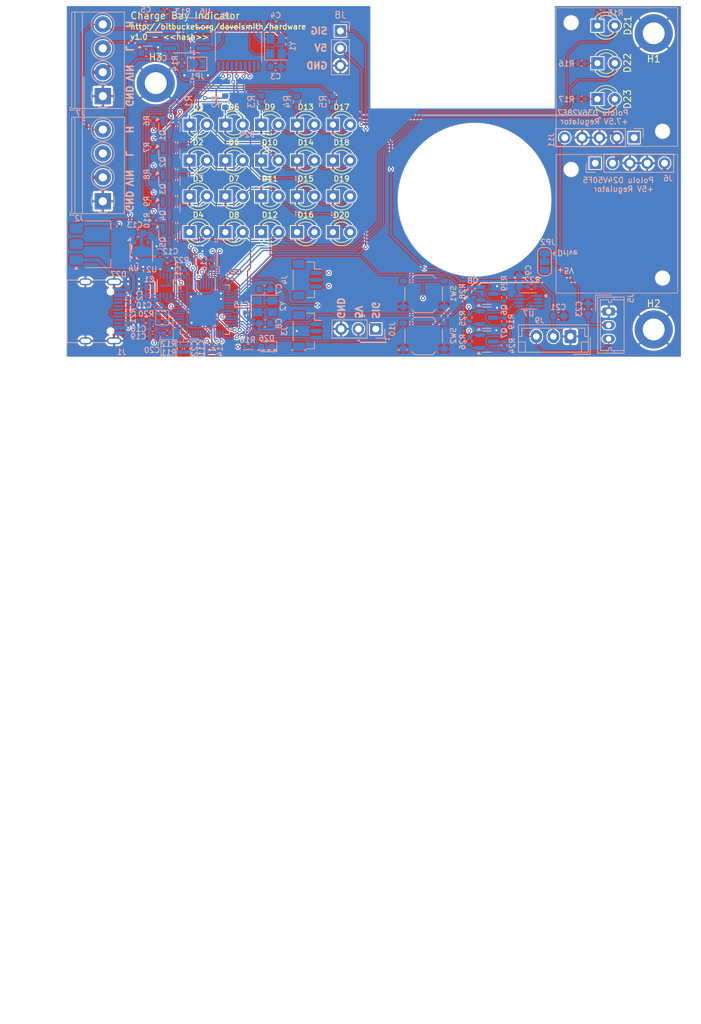
<source format=kicad_pcb>
(kicad_pcb (version 20240108) (generator "pcbnew") (generator_version "8.0")
  (layers (0 "F.Cu" signal) (1 "In1.Cu" signal) (2 "In2.Cu" signal) (31 "B.Cu" signal) (34 "B.Paste" user) (35 "F.Paste" user) (36 "B.SilkS" user "B.Silkscreen") (37 "F.SilkS" user "F.Silkscreen") (38 "B.Mask" user) (39 "F.Mask" user) (44 "Edge.Cuts" user))
  (net 0 "")
  (net 1 "GND")
  (net 2 "/VBUS")
  (net 3 "/L1")
  (net 4 "/L2")
  (net 5 "/L3")
  (net 6 "/VREG")
  (net 7 "/VIN")
  (net 8 "/1")
  (net 9 "/2")
  (net 10 "/3")
  (net 11 "/4")
  (net 12 "/5")
  (net 15 "/USB_DP")
  (net 16 "/USB_DN")
  (net 17 "Net-(J1-CC1)")
  (net 18 "Net-(J1-CC2)")
  (net 19 "+3.3V")
  (net 20 "+5V")
  (net 22 "/QSPI_SD3")
  (net 25 "/QSPI_SD1")
  (net 28 "/RUN")
  (net 29 "/QSPI_SS")
  (net 30 "/QSPI_SCLK")
  (net 32 "/QSPI_SD0")
  (net 34 "/QSPI_SD2")
  (net 35 "Net-(D1-K)")
  (net 36 "Net-(D1-A)")
  (net 37 "Net-(D15-A)")
  (net 38 "Net-(D11-A)")
  (net 39 "Net-(D12-A)")
  (net 40 "Net-(D5-K)")
  (net 41 "Net-(D13-A)")
  (net 42 "Net-(D10-K)")
  (net 43 "Net-(D13-K)")
  (net 44 "Net-(D17-K)")
  (net 45 "Net-(D21-K)")
  (net 46 "Net-(D22-K)")
  (net 47 "Net-(D23-K)")
  (net 48 "Net-(Q1-B)")
  (net 49 "Net-(Q2-B)")
  (net 50 "Net-(Q3-B)")
  (net 51 "Net-(Q4-B)")
  (net 52 "Net-(Q5-B)")
  (net 61 "Net-(U5-OSC2)")
  (net 62 "Net-(U5-OSC1)")
  (net 63 "/CAN_SDI")
  (net 64 "/CAN_INT")
  (net 65 "/CAN_SCK")
  (net 66 "/CAN_RESET")
  (net 67 "/CAN_SDO")
  (net 68 "/CAN_CS")
  (net 69 "/CAN_RX")
  (net 70 "/CAN_TX")
  (net 71 "/CAN_H")
  (net 72 "/CAN_L")
  (net 73 "Net-(JP1-A)")
  (net 74 "/SILENT")
  (net 75 "Net-(U1-XIN)")
  (net 76 "Net-(U1-XOUT)")
  (net 77 "/SC")
  (net 78 "/SD")
  (net 79 "/DBG_RX")
  (net 80 "/DBG_TX")
  (net 81 "/GPIO25")
  (net 82 "/SERVO1")
  (net 84 "Net-(D26-A)")
  (net 85 "/Dynamixel/DATA")
  (net 86 "/DMXL_RXD")
  (net 87 "/Dynamixel/RXD_5V")
  (net 88 "/DMXL_TXD")
  (net 89 "/Dynamixel/TXD_5V")
  (net 90 "/Dynamixel/TX_EN_5V")
  (net 93 "/USBa_DP")
  (net 94 "/USBa_DN")
  (net 95 "/DMXL_TX_EN")
  (net 96 "+1V1")
  (net 98 "/SERVO2")
  (net 99 "Vdrive")
  (net 101 "/Dynamixel/V_dynamixel")
  (footprint "LED_THT:LED_D3.0mm" (layer "F.Cu") (at 51.8655 35.781125)
    (property "Reference" "D13")
    (property "Value" "LED")
  )
  (footprint "LED_THT:LED_D3.0mm" (layer "F.Cu") (at 57.1155 35.781125)
    (property "Reference" "D17")
    (property "Value" "LED")
  )
  (footprint "LED_THT:LED_D3.0mm" (layer "F.Cu") (at 36.1155 46.281125)
    (property "Reference" "D3")
    (property "Value" "LED")
  )
  (footprint "LED_THT:LED_D3.0mm" (layer "F.Cu") (at 57.1155 51.531125)
    (property "Reference" "D20")
    (property "Value" "LED")
  )
  (footprint "LED_THT:LED_D3.0mm" (layer "F.Cu") (at 46.6155 46.281125)
    (property "Reference" "D11")
    (property "Value" "LED")
  )
  (footprint "MountingHole:MountingHole_3.2mm_M3_DIN965_Pad_TopBottom" (layer "F.Cu") (at 31.1644 29.702525)
    (property "Reference" "H3")
    (property "Value" "MountingHole_Pad")
  )
  (footprint "LED_THT:LED_D3.0mm" (layer "F.Cu") (at 51.8655 51.531125)
    (property "Reference" "D16")
    (property "Value" "LED")
  )
  (footprint "LED_THT:LED_D3.0mm" (layer "F.Cu") (at 51.8655 41.031125)
    (property "Reference" "D14")
    (property "Value" "LED")
  )
  (footprint "LED_THT:LED_D3.0mm" (layer "F.Cu") (at 36.1155 41.031125)
    (property "Reference" "D2")
    (property "Value" "LED")
  )
  (footprint "LED_THT:LED_D3.0mm" (layer "F.Cu") (at 57.1155 41.031125)
    (property "Reference" "D18")
    (property "Value" "LED")
  )
  (footprint "LED_THT:LED_D3.0mm" (layer "F.Cu") (at 36.1155 51.531125)
    (property "Reference" "D4")
    (property "Value" "LED")
  )
  (footprint "LED_THT:LED_D3.0mm" (layer "F.Cu") (at 46.6155 51.531125)
    (property "Reference" "D12")
    (property "Value" "LED")
  )
  (footprint "LED_THT:LED_D3.0mm" (layer "F.Cu") (at 41.3655 51.531125)
    (property "Reference" "D8")
    (property "Value" "LED")
  )
  (footprint "LED_THT:LED_D3.0mm" (layer "F.Cu") (at 41.3655 35.781125)
    (property "Reference" "D5")
    (property "Value" "LED")
  )
  (footprint "LED_THT:LED_D3.0mm" (layer "F.Cu") (at 41.3655 46.281125)
    (property "Reference" "D7")
    (property "Value" "LED")
  )
  (footprint "LED_THT:LED_D3.0mm" (layer "F.Cu") (at 95.8655 26.781125)
    (property "Reference" "D22")
    (property "Value" "LED")
  )
  (footprint "LED_THT:LED_D3.0mm" (layer "F.Cu") (at 95.8655 21.281125)
    (property "Reference" "D21")
    (property "Value" "LED")
  )
  (footprint "LED_THT:LED_D3.0mm" (layer "F.Cu") (at 95.8655 32.031125)
    (property "Reference" "D23")
    (property "Value" "LED")
  )
  (footprint "LED_THT:LED_D3.0mm" (layer "F.Cu") (at 46.6155 35.781125)
    (property "Reference" "D9")
    (property "Value" "LED")
  )
  (footprint "MountingHole:MountingHole_3.2mm_M3_DIN965_Pad_TopBottom" (layer "F.Cu") (at 104.1144 22.402525)
    (property "Reference" "H1")
    (property "Value" "MountingHole_Pad")
  )
  (footprint "MountingHole:MountingHole_3.2mm_M3_DIN965_Pad_TopBottom" (layer "F.Cu") (at 104.1144 65.781125)
    (property "Reference" "H2")
    (property "Value" "MountingHole_Pad")
  )
  (footprint "LED_THT:LED_D3.0mm" (layer "F.Cu") (at 41.3655 41.031125)
    (property "Reference" "D6")
    (property "Value" "LED")
  )
  (footprint "LED_THT:LED_D3.0mm" (layer "F.Cu") (at 57.1155 46.281125)
    (property "Reference" "D19")
    (property "Value" "LED")
  )
  (footprint "LED_THT:LED_D3.0mm" (layer "F.Cu") (at 46.6155 41.031125)
    (property "Reference" "D10")
    (property "Value" "LED")
  )
  (footprint "LED_THT:LED_D3.0mm" (layer "F.Cu") (at 51.8655 46.281125)
    (property "Reference" "D15")
    (property "Value" "LED")
  )
  (footprint "LED_THT:LED_D3.0mm" (layer "F.Cu") (at 36.1155 35.781125)
    (property "Reference" "D1")
    (property "Value" "LED")
  )
  (footprint "Resistor_SMD:R_0402_1005Metric" (layer "B.Cu") (at 93.5144 26.802525)
    (property "Reference" "R16")
    (property "Value" "1K")
  )
  (footprint "Jumper:SolderJumper-2_P1.3mm_Open_TrianglePad1.0x1.5mm" (layer "B.Cu") (at 37.2394 26.902525)
    (property "Reference" "JP1")
    (property "Value" "SolderJumper_2_Open")
  )
  (footprint "Package_TO_SOT_SMD:SOT-23" (layer "B.Cu") (at 33.1644 51.915025 -90)
    (property "Reference" "Q5")
    (property "Value" "MMBT3904")
  )
  (footprint "Capacitor_SMD:C_0603_1608Metric" (layer "B.Cu") (at 90.1644 63.802525)
    (property "Reference" "C21")
    (property "Value" "100n")
  )
  (footprint "Resistor_SMD:R_0402_1005Metric" (layer "B.Cu") (at 93.5144 32.002525)
    (property "Reference" "R17")
    (property "Value" "1K")
  )
  (footprint "TerminalBlock_Phoenix:TerminalBlock_Phoenix_PT-1,5-4-3.5-H_1x04_P3.50mm_Horizontal" (layer "B.Cu") (at 23.4144 31.602525 90)
    (property "Reference" "J7")
    (property "Value" "Screw_Terminal_01x04")
  )
  (footprint "Resistor_SMD:R_0402_1005Metric" (layer "B.Cu") (at 32.1144 64.602525 180)
    (property "Reference" "R12")
    (property "Value" "27R")
  )
  (footprint "Resistor_SMD:R_0402_1005Metric" (layer "B.Cu") (at 82.2094 68.112525 90)
    (property "Reference" "R24")
    (property "Value" "10K")
  )
  (footprint "Resistor_SMD:R_0402_1005Metric" (layer "B.Cu") (at 29.764401 64.402525)
    (property "Reference" "R20")
    (property "Value" "5.1K")
  )
  (footprint "Package_TO_SOT_SMD:SOT-23" (layer "B.Cu") (at 79.6469 67.552525)
    (property "Reference" "Q7")
    (property "Value" "BSS138")
  )
  (footprint "Capacitor_SMD:C_0603_1608Metric" (layer "B.Cu") (at 47.1344 59.902525 180)
    (property "Reference" "C7")
    (property "Value" "15pF")
  )
  (footprint "Resistor_SMD:R_0402_1005Metric" (layer "B.Cu") (at 30.8144 49.802525 90)
    (property "Reference" "R10")
    (property "Value" "1K")
  )
  (footprint "Capacitor_SMD:C_0402_1005Metric" (layer "B.Cu") (at 39.3644 56.102525 -90)
    (property "Reference" "C16")
    (property "Value" "100n")
  )
  (footprint "Package_TO_SOT_SMD:SOT-23" (layer "B.Cu") (at 79.6469 64.052525)
    (property "Reference" "Q6")
    (property "Value" "BSS138")
  )
  (footprint "Resistor_SMD:R_0402_1005Metric" (layer "B.Cu") (at 30.8144 47.002525 90)
    (property "Reference" "R9")
    (property "Value" "1K")
  )
  (footprint "Package_TO_SOT_SMD:SOT-223-3_TabPin2" (layer "B.Cu") (at 22.6644 53.302525)
    (property "Reference" "D27")
    (property "Value" "D_Dual_CommonCathode_AAK_Parallel")
  )
  (footprint "Capacitor_SMD:C_0402_1005Metric" (layer "B.Cu") (at 39.4144 68.602525 90)
    (property "Reference" "C14")
    (property "Value" "100n")
  )
  (footprint "Resistor_SMD:R_0603_1608Metric" (layer "B.Cu") (at 41.3644 32.412525 -90)
    (property "Reference" "R2")
    (property "Value" "270")
  )
  (footprint "Package_SON:WSON-6-1EP_3x3mm_P0.95mm" (layer "B.Cu") (at 29.0644 54.352525 -90)
    (property "Reference" "U4")
    (property "Value" "LP38691SD-3.3")
  )
  (footprint "Capacitor_SMD:C_0402_1005Metric" (layer "B.Cu") (at 43.7144 63.302525 180)
    (property "Reference" "C15")
    (property "Value" "100n")
  )
  (footprint "Capacitor_SMD:C_0402_1005Metric" (layer "B.Cu") (at 30.2144 60.802525 180)
    (property "Reference" "C2")
    (property "Value" "100n")
  )
  (footprint "Resistor_SMD:R_0402_1005Metric" (layer "B.Cu") (at 82.2094 61.092525 90)
    (property "Reference" "R29")
    (property "Value" "10K")
  )
  (footprint "Resistor_SMD:R_0402_1005Metric" (layer "B.Cu") (at 96.3894 19.377525 180)
    (property "Reference" "R15")
    (property "Value" "1K")
  )
  (footprint "Resistor_SMD:R_0402_1005Metric" (layer "B.Cu") (at 30.8144 39.102525 90)
    (property "Reference" "R7")
    (property "Value" "1K")
  )
  (footprint "Resistor_SMD:R_0603_1608Metric" (layer "B.Cu") (at 57.1144 32.412525 -90)
    (property "Reference" "R5")
    (property "Value" "270")
  )
  (footprint "Capacitor_SMD:C_0603_1608Metric" (layer "B.Cu") (at 28.5894 51.652525)
    (property "Reference" "C13")
    (property "Value" "2.2uF")
  )
  (footprint "Package_SO:VSSOP-8_2.3x2mm_P0.5mm" (layer "B.Cu") (at 85.8094 61.602525 180)
    (property "Reference" "U7")
    (property "Value" "74LVC2G241")
  )
  (footprint "Capacitor_SMD:C_0402_1005Metric" (layer "B.Cu") (at 30.2144 59.602525 180)
    (property "Reference" "C1")
    (property "Value" "2u2")
  )
  (footprint "Resistor_SMD:R_0402_1005Metric" (layer "B.Cu") (at 32.8144 19.202525 180)
    (property "Reference" "R13")
    (property "Value" "1K")
  )
  (footprint "TerminalBlock_Phoenix:TerminalBlock_Phoenix_PT-1,5-4-3.5-H_1x04_P3.50mm_Horizontal" (layer "B.Cu") (at 23.4144 47.002525 90)
    (property "Reference" "J2")
    (property "Value" "Screw_Terminal_01x04")
  )
  (footprint "LED_SMD:LED_0603_1608Metric" (layer "B.Cu") (at 47.4019 68.302525 180)
    (property "Reference" "D26")
    (property "Value" "LED")
  )
  (footprint "Capacitor_SMD:C_0603_1608Metric" (layer "B.Cu") (at 48.7394 21.202525 180)
    (property "Reference" "C4")
    (property "Value" "15pF")
  )
  (footprint "Connector_PinHeader_2.54mm:PinHeader_1x03_P2.54mm_Vertical" (layer "B.Cu") (at 58.2144 22.062525 180)
    (property "Reference" "J8")
    (property "Value" "Conn_01x03_Pin")
  )
  (footprint "Connector_JST:JST_SH_BM03B-SRSS-TB_1x03-1MP_P1.00mm_Vertical" (layer "B.Cu") (at 53.3144 66.002525 -90)
    (property "Reference" "J3")
    (property "Value" "Conn_01x03_Pin")
  )
  (footprint "Capacitor_SMD:C_0402_1005Metric" (layer "B.Cu") (at 35.4144 57.602525 -90)
    (property "Reference" "C17")
    (property "Value" "100n")
  )
  (footprint "Package_TO_SOT_SMD:SOT-23" (layer "B.Cu") (at 79.6594 60.542525)
    (property "Reference" "Q8")
    (property "Value" "BSS138")
  )
  (footprint "Connector_PinSocket_2.54mm:PinSocket_1x05_P2.54mm_Vertical" (layer "B.Cu") (at 95.5444 41.422525 -90)
    (property "Reference" "J6")
    (property "Value" "Conn_01x05_Socket")
  )
  (footprint "Capacitor_SMD:C_0603_1608Metric" (layer "B.Cu") (at 84.4094 58.702525 90)
    (property "Reference" "C9")
    (property "Value" "100n")
  )
  (footprint "Package_TO_SOT_SMD:SOT-23" (layer "B.Cu") (at 33.1644 44.040025 -90)
    (property "Reference" "Q3")
    (property "Value" "MMBT3904")
  )
  (footprint "Package_TO_SOT_SMD:SOT-23" (layer "B.Cu") (at 33.1644 47.977525 -90)
    (property "Reference" "Q4")
    (property "Value" "MMBT3904")
  )
  (footprint "Resistor_SMD:R_0402_1005Metric" (layer "B.Cu") (at 32.1144 63.502525)
    (property "Reference" "R11")
    (property "Value" "27R")
  )
  (footprint "Package_TO_SOT_SMD:SOT-23" (layer "B.Cu") (at 33.1644 36.165025 -90)
    (property "Reference" "Q1")
    (property "Value" "MMBT3904")
  )
  (footprint "Resistor_SMD:R_0603_1608Metric" (layer "B.Cu") (at 37.4144 32.412525 -90)
    (property "Reference" "R1")
    (property "Value" "270")
  )
  (footprint "Resistor_SMD:R_0402_1005Metric" (layer "B.Cu") (at 34.9644 26.712525 90)
    (property "Reference" "R14")
    (property "Value" "120R")
  )
  (footprint "Resistor_SMD:R_0402_1005Metric" (layer "B.Cu") (at 30.8144 43.052525 90)
    (property "Reference" "R8")
    (property "Value" "1K")
  )
  (footprint "Capacitor_SMD:C_0603_1608Metric" (layer "B.Cu") (at 94.5144 62.777525 90)
    (property "Reference" "C23")
    (property "Value" "100n")
  )
  (footprint "Package_TO_SOT_SMD:SOT-23" (layer "B.Cu") (at 29.9769 22.712525)
    (property "Reference" "D24")
    (property "Value" "PESD1CAN")
  )
  (footprint "Capacitor_SMD:C_0603_1608Metric" (layer "B.Cu") (at 29.7394 20.152525 180)
    (property "Reference" "C5")
    (property "Value" "47pF")
  )
  (footprint "Resistor_SMD:R_0402_1005Metric" (layer "B.Cu") (at 77.1094 64.052525 90)
    (property "Reference" "R25")
    (property "Value" "10K")
  )
  (footprint "Resistor_SMD:R_0402_1005Metric" (layer "B.Cu") (at 77.1094 67.502525 90)
    (property "Reference" "R26")
    (property "Value" "10K")
  )
  (footprint "Resistor_SMD:R_0402_1005Metric" (layer "B.Cu") (at 44.7144 68.302525)
    (property "Reference" "R18")
    (property "Value" "68R")
  )
  (footprint "Capacitor_SMD:C_0402_1005Metric" (layer "B.Cu") (at 32.8144 66.302525 180)
    (property "Reference" "C20")
    (property "Value" "2.2uF")
  )
  (footprint "Connector_Molex:Molex_Micro-Latch_53253-0370_1x03_P2.00mm_Vertical" (layer "B.Cu") (at 97.5144 63.152525 -90)
    (property "Reference" "J5")
    (property "Value" "Conn_01x03_Pin")
  )
  (footprint "Package_SO:SOIC-8_3.9x4.9mm_P1.27mm" (layer "B.Cu") (at 35.6394 22.707525 180)
    (property "Reference" "U6")
    (property "Value" "TJA1051T-3")
  )
  (footprint "Jumper:SolderJumper-3_P1.3mm_Bridged12_RoundedPad1.0x1.5mm" (layer "B.Cu") (at 88.1144 55.852525 -90)
    (property "Reference" "JP2")
    (property "Value" "SolderJumper_3_Bridged12")
  )
  (footprint "Resistor_SMD:R_0603_1608Metric" (layer "B.Cu") (at 46.6144 32.412525 -90)
    (property "Reference" "R3")
    (property "Value" "270")
  )
  (footprint "Crystal:Crystal_SMD_Abracon_ABM8G-4Pin_3.2x2.5mm" (layer "B.Cu") (at 48.7644 24.302525 90)
    (property "Reference" "Y1")
    (property "Value" "Crystal_GND24")
  )
  (footprint "Resistor_SMD:R_0402_1005Metric" (layer "B.Cu") (at 27.8144 61.702525 -90)
    (property "Reference" "R21")
    (property "Value" "5.1K")
  )
  (footprint "W25Q16JVUXIQ_TR:USON-8_UX_2x3x0p6_WIN" (layer "B.Cu") (at 32.564401 59.354725 -90)
    (property "Reference" "U2")
    (property "Value" "W25Q16JVUXIQ TR")
  )
  (footprint "Button_Switch_SMD:SW_Push_1P1T_XKB_TS-1187A" (layer "B.Cu") (at 70.4144 66.727525 180)
    (property "Reference" "SW2")
    (property "Value" "SW_Push")
  )
  (footprint "Resistor_SMD:R_0402_1005Metric" (layer "B.Cu") (at 86.2094 59.502525)
    (property "Reference" "R22")
    (property "Value" "10K")
  )
  (footprint "Connector_JST:JST_EH_B3B-EH-A_1x03_P2.50mm_Vertical" (layer "B.Cu") (at 91.9144 66.802525 180)
    (property "Reference" "J9")
    (property "Value" "Conn_01x03_Pin")
  )
  (footprint "Capacitor_SMD:C_0402_1005Metric" (layer "B.Cu") (at 31.5344 62.202525 180)
    (property "Reference" "C10")
    (property "Value" "100n")
  )
  (footprint "Resistor_SMD:R_0402_1005Metric" (layer "B.Cu") (at 82.2094 64.592525 90)
    (property "Reference" "R19")
    (property "Value" "10K")
  )
  (footprint "Resistor_SMD:R_0402_1005Metric" (layer "B.Cu") (at 30.8144 35.202525 -90)
    (property "Reference" "R6")
    (property "Value" "1K")
  )
  (footprint "Capacitor_SMD:C_0603_1608Metric" (layer "B.Cu") (at 29.7894 25.252525)
    (property "Reference" "C6")
    (property "Value" "47pF")
  )
  (footprint "Capacitor_SMD:C_0402_1005Metric" (layer "B.Cu") (at 34.7144 68.602525 90)
    (property "Reference" "C22")
    (property "Value" "100n")
  )
  (footprint "Resistor_SMD:R_0603_1608Metric" (layer "B.Cu") (at 51.8644 32.412525 -90)
    (property "Reference" "R4")
    (property "Value" "270")
  )
  (footprint "Package_TO_SOT_SMD:SOT-23" (layer "B.Cu") (at 33.1644 40.102525 -90)
    (property "Reference" "Q2")
    (property "Value" "MMBT3904")
  )
  (footprint "Connector_JST:JST_SH_BM03B-SRSS-TB_1x03-1MP_P1.00mm_Vertical" (layer "B.Cu") (at 53.3144 58.502525 -90)
    (property "Reference" "J4")
    (property "Value" "Conn_01x03_Pin")
  )
  (footprint "Capacitor_SMD:C_0603_1608Metric" (layer "B.Cu") (at 47.1344 64.902525)
    (property "Reference" "C8")
    (property "Value" "15pF")
  )
  (footprint "Capacitor_SMD:C_0402_1005Metric" (layer "B.Cu") (at 31.4144 55.102525 90)
    (property "Reference" "C12")
    (property "Value" "2.2uF")
  )
  (footprint "Capacitor_SMD:C_0402_1005Metric" (layer "B.Cu") (at 35.7144 68.602525 90)
    (property "Reference" "C11")
    (property "Value" "100n")
  )
  (footprint "Capacitor_SMD:C_0603_1608Metric" (layer "B.Cu") (at 48.7394 27.302525)
    (property "Reference" "C3")
    (property "Value" "15pF")
  )
  (footprint "Crystal:Crystal_SMD_Abracon_ABM8G-4Pin_3.2x2.5mm" (layer "B.Cu") (at 47.1344 62.402525)
    (property "Reference" "Y2")
    (property "Value" "ABM8-272-T3")
  )
  (footprint "Button_Switch_SMD:SW_Push_1P1T_XKB_TS-1187A" (layer "B.Cu") (at 70.4144 60.577525 180)
    (property "Reference" "SW1")
    (property "Value" "SW_Push")
  )
  (footprint "Package_DFN_QFN:QFN-56-1EP_7x7mm_P0.4mm_EP3.2x3.2mm" (layer "B.Cu") (at 38.364401 62.877525 -90)
    (property "Reference" "U1" (hide yes))
    (property "Value" "RP2040")
  )
  (footprint "Resistor_SMD:R_0402_1005Metric" (layer "B.Cu") (at 32.8144 55.652525)
    (property "Reference" "R27")
    (property "Value" "1K")
  )
  (footprint "Capacitor_SMD:C_0402_1005Metric" (layer "B.Cu") (at 30.7144 66.802525 180)
    (property "Reference" "C19")
    (property "Value" "100n")
  )
  (footprint "Connector_PinSocket_2.54mm:PinSocket_1x05_P2.54mm_Vertical" (layer "B.Cu") (at 101.2444 37.682525 90)
    (property "Reference" "J11")
    (property "Value" "Conn_01x05_Socket")
  )
  (footprint "Capacitor_SMD:C_0402_1005Metric" (layer "B.Cu") (at 30.7344 65.702525 180)
    (property "Reference" "C18")
    (property "Value" "2u2")
  )
  (footprint "Connector_PinHeader_2.54mm:PinHeader_1x03_P2.54mm_Vertical" (layer "B.Cu") (at 63.3944 65.702525 90)
    (property "Reference" "J10")
    (property "Value" "Conn_01x03_Pin")
  )
  (footprint "Package_SO:TSSOP-20_4.4x6.5mm_P0.65mm" (layer "B.Cu") (at 43.2894 24.340025 -90)
    (property "Reference" "U5")
    (property "Value" "MCP2515-xST")
  )
  (footprint "Connector_USB:USB_C_Receptacle_G-Switch_GT-USB-7010ASV" (layer "B.Cu") (at 21.94 63.122525 90)
    (property "Reference" "J1")
    (property "Value" "USB_C_Receptacle_USB2.0")
  )
  (footprint "Resistor_SMD:R_0402_1005Metric" (layer "B.Cu") (at 77.1094 60.092525 90)
    (property "Reference" "R28")
    (property "Value" "10K")
  )
  (gr_rect (start 89.8144 40.152525) (end 107.6144 60.452525) (stroke (width 0.1)) (fill none) (layer "B.SilkS"))
  (gr_line (start 35.2144 67.152525) (end 37.3644 67.152525) (stroke (width 0.1)) (layer "B.SilkS"))
  (gr_line (start 35.2144 67.602525) (end 35.2144 67.152525) (stroke (width 0.1)) (layer "B.SilkS"))
  (gr_rect (start 107.6144 38.952525) (end 89.8144 18.652525) (stroke (width 0.1)) (fill none) (layer "B.SilkS"))
  (gr_rect (start 31.1644 63.004588) (end 33.059606 65.100463) (stroke (width 0.1)) (fill none) (layer "B.SilkS"))
  (gr_line (start 38.3644 67.352525) (end 36.2644 67.352525) (stroke (width 0.1)) (layer "B.SilkS"))
  (gr_line (start 36.2644 67.352525) (end 36.2644 69.702525) (stroke (width 0.1)) (layer "B.SilkS"))
  (gr_line (start 32.1144 54.002525) (end 31.4144 54.002525) (stroke (width 0.1)) (layer "B.SilkS"))
  (gr_line (start 37.3644 67.152525) (end 37.3644 67.352525) (stroke (width 0.1)) (layer "B.SilkS"))
  (gr_line (start 34.4144 67.602525) (end 36.0144 67.602525) (stroke (width 0.1)) (layer "B.SilkS"))
  (gr_rect (start 31.9144 67.286971) (end 34.244388 69.706146) (stroke (width 0.1)) (fill none) (layer "B.SilkS"))
  (gr_line (start 31.4144 54.002525) (end 31.4144 54.102525) (stroke (width 0.1)) (layer "B.SilkS"))
  (gr_line (start 38.3644 69.702525) (end 38.3644 67.352525) (stroke (width 0.1)) (layer "B.SilkS"))
  (gr_line (start 33.059606 64.052526) (end 33.698446 64.0536) (stroke (width 0.1)) (layer "B.SilkS"))
  (gr_line (start 36.2644 69.702525) (end 38.3644 69.702525) (stroke (width 0.1)) (layer "B.SilkS"))
  (gr_line (start 33.698446 64.0536) (end 33.700147 67.285467) (stroke (width 0.1)) (layer "B.SilkS"))
  (gr_line (start 31.4644 68.202525) (end 31.9644 66.702525) (stroke (width 0.1)) (layer "B.SilkS"))
  (gr_circle (center 105.4144 36.752525) (end 104.3244 36.752525) (stroke (width 0.05)) (fill none) (layer "Edge.Cuts"))
  (gr_line (start 62.6144 18.402525) (end 62.6144 33.402525) (stroke (width 0.05)) (layer "Edge.Cuts"))
  (gr_line (start 89.6144 33.402525) (end 89.6144 18.402525) (stroke (width 0.05)) (layer "Edge.Cuts"))
  (gr_line (start 108.1155 69.781125) (end 108.1155 18.402525) (stroke (width 0.05)) (layer "Edge.Cuts"))
  (gr_circle (center 77.8655 46.781125) (end 89.1155 46.781125) (stroke (width 0.05)) (fill none) (layer "Edge.Cuts"))
  (gr_line (start 18.1155 69.781125) (end 108.1155 69.781125) (stroke (width 0.05)) (layer "Edge.Cuts"))
  (gr_line (start 18.1155 18.402525) (end 62.6144 18.402525) (stroke (width 0.05)) (layer "Edge.Cuts"))
  (gr_line (start 62.6144 33.402525) (end 89.6144 33.402525) (stroke (width 0.05)) (layer "Edge.Cuts"))
  (gr_circle (center 92.0144 20.852525) (end 90.9244 20.852525) (stroke (width 0.05)) (fill none) (layer "Edge.Cuts"))
  (gr_circle (center 105.4144 58.252525) (end 106.5044 58.252525) (stroke (width 0.05)) (fill none) (layer "Edge.Cuts"))
  (gr_line (start 89.6144 18.402525) (end 108.1155 18.402525) (stroke (width 0.05)) (layer "Edge.Cuts"))
  (gr_line (start 18.1155 18.402525) (end 18.1155 69.781125) (stroke (width 0.05)) (layer "Edge.Cuts"))
  (gr_circle (center 92.0144 42.352525) (end 93.1044 42.352525) (stroke (width 0.05)) (fill none) (layer "Edge.Cuts"))
  (gr_text "Pololu D24V50F5\n+5V Regulator" (at 104.225 45.675 0) (layer "B.SilkS") (effects (font (size 0.8 0.8) (thickness 0.15) (bold yes)) (justify left bottom mirror)))
  (gr_text "SIG" (at 56.4644 22.052525 0) (layer "B.SilkS") (effects (font (size 1 1) (thickness 0.25) (bold yes)) (justify left mirror)))
  (gr_text "GND" (at 26.7144 31.602525 270) (layer "B.SilkS") (effects (font (size 1 1) (thickness 0.25) (bold yes)) (justify bottom mirror)))
  (gr_text "VIN" (at 26.7144 43.602525 270) (layer "B.SilkS") (effects (font (size 1 1) (thickness 0.25) (bold yes)) (justify bottom mirror)))
  (gr_text "H" (at 26.7144 21.102525 270) (layer "B.SilkS") (effects (font (size 1 1) (thickness 0.25) (bold yes)) (justify bottom mirror)))
  (gr_text "5V" (at 60.8644 64.302525 -90) (layer "B.SilkS") (effects (font (size 1 1) (thickness 0.25) (bold yes)) (justify left mirror)))
  (gr_text "GND" (at 58.2644 64.352525 -90) (layer "B.SilkS") (effects (font (size 1 1) (thickness 0.25) (bold yes)) (justify left mirror)))
  (gr_text "Drive" (at 89.9144 54.102525 180) (layer "B.SilkS") (effects (font (size 0.8 0.8) (thickness 0.15) (bold yes)) (justify left bottom mirror)))
  (gr_text "H" (at 26.7144 36.502525 270) (layer "B.SilkS") (effects (font (size 1 1) (thickness 0.25) (bold yes)) (justify bottom mirror)))
  (gr_text "SIG" (at 63.3644 64.352525 -90) (layer "B.SilkS") (effects (font (size 1 1) (thickness 0.25) (bold yes)) (justify left mirror)))
  (gr_text "5V" (at 56.4144 24.552525 0) (layer "B.SilkS") (effects (font (size 1 1) (thickness 0.25) (bold yes)) (justify left mirror)))
  (gr_text "L" (at 26.7144 40.052525 270) (layer "B.SilkS") (effects (font (size 1 1) (thickness 0.25) (bold yes)) (justify bottom mirror)))
  (gr_text "VIN" (at 26.7144 28.202525 270) (layer "B.SilkS") (effects (font (size 1 1) (thickness 0.25) (bold yes)) (justify bottom mirror)))
  (gr_text "GND" (at 26.7144 47.002525 270) (layer "B.SilkS") (effects (font (size 1 1) (thickness 0.25) (bold yes)) (justify bottom mirror)))
  (gr_text "L" (at 26.7144 24.652525 270) (layer "B.SilkS") (effects (font (size 1 1) (thickness 0.25) (bold yes)) (justify bottom mirror)))
  (gr_text "GND" (at 56.4644 27.152525 0) (layer "B.SilkS") (effects (font (size 1 1) (thickness 0.25) (bold yes)) (justify left mirror)))
  (gr_text "+5V" (at 89.8644 56.652525 180) (layer "B.SilkS") (effects (font (size 0.8 0.8) (thickness 0.15) (bold yes)) (justify left bottom mirror)))
  (gr_text "Pololu D36V28F7\n+7.5V Regulator" (at 100.5 35.8 0) (layer "B.SilkS") (effects (font (size 0.8 0.8) (thickness 0.15) (bold yes)) (justify left bottom mirror)))
  (gr_text "http://bitbucket.org/daveismith/hardware" (at 27.3644 21.902525 0) (layer "F.SilkS") (effects (font (size 0.8 0.8) (thickness 0.15) (bold yes)) (justify left bottom)))
  (gr_text "v1.0 - <<hash>>" (at 27.3644 23.402525 0) (layer "F.SilkS") (effects (font (size 0.8 0.8) (thickness 0.15) (bold yes)) (justify left bottom)))
  (gr_text "Charge Bay Indicator" (at 27.3644 20.402525 0) (layer "F.SilkS") (effects (font (size 1 1)) (justify left bottom)))
  (via (at 81.1644 62.602525) (size 0.6) (drill 0.3) (layers "F.Cu" "B.Cu") (net 1))
  (via (at 31.5144 24.452525) (size 0.6) (drill 0.3) (layers "F.Cu" "B.Cu") (net 1))
  (via (at 38.8144 28.552525) (size 0.6) (drill 0.3) (layers "F.Cu" "B.Cu") (net 1))
  (via (at 28.8144 62.602525) (size 0.6) (drill 0.3) (layers "F.Cu" "B.Cu") (net 1))
  (via (at 81.1644 59.452525) (size 0.6) (drill 0.3) (layers "F.Cu" "B.Cu") (net 1))
  (via (at 28.7144 59.802525) (size 0.6) (drill 0.3) (layers "F.Cu" "B.Cu") (net 1))
  (via (at 31.2644 53.602525) (size 0.6) (drill 0.3) (layers "F.Cu" "B.Cu") (net 1))
  (via (at 36.345071 60.981194) (size 0.6) (drill 0.3) (layers "F.Cu" "B.Cu") (net 1))
  (via (at 35.3644 28.552525) (size 0.6) (drill 0.3) (layers "F.Cu" "B.Cu") (net 1))
  (via (at 28.7144 59.102525) (size 0.6) (drill 0.3) (layers "F.Cu" "B.Cu") (net 1))
  (via (at 81.0644 65.902525) (size 0.6) (drill 0.3) (layers "F.Cu" "B.Cu") (net 1))
  (via (at 33.5858 56.802525) (size 0.6) (drill 0.3) (layers "F.Cu" "B.Cu") (net 1))
  (via (at 27.1144 59.102525) (size 0.6) (drill 0.3) (layers "F.Cu" "B.Cu") (net 1))
  (via (at 28.6144 65.102525) (size 0.6) (drill 0.3) (layers "F.Cu" "B.Cu") (net 1))
  (via (at 40.7144 60.502525) (size 0.6) (drill 0.3) (layers "F.Cu" "B.Cu") (net 1))
  (via (at 27.9144 65.102525) (size 0.6) (drill 0.3) (layers "F.Cu" "B.Cu") (net 1))
  (via (at 51.8144 66.002525) (size 0.6) (drill 0.3) (layers "F.Cu" "B.Cu") (net 1))
  (via (at 36.4144 64.802525) (size 0.6) (drill 0.3) (layers "F.Cu" "B.Cu") (net 1))
  (via (at 27.1144 58.402525) (size 0.6) (drill 0.3) (layers "F.Cu" "B.Cu") (net 1))
  (via (at 38.0144 54.302525) (size 0.6) (drill 0.3) (layers "F.Cu" "B.Cu") (net 1))
  (via (at 29.5144 62.602525) (size 0.6) (drill 0.3) (layers "F.Cu" "B.Cu") (net 1))
  (via (at 38.0144 53.502525) (size 0.6) (drill 0.3) (layers "F.Cu" "B.Cu") (net 1))
  (via (at 40.7144 61.302525) (size 0.6) (drill 0.3) (layers "F.Cu" "B.Cu") (net 1))
  (via (at 28.7144 58.402525) (size 0.6) (drill 0.3) (layers "F.Cu" "B.Cu") (net 1))
  (segment (start 29.0644 51.952525) (end 29.3644 51.652525) (width 0.525) (layer "B.Cu") (net 1))
  (segment (start 29.0644 53.012525) (end 29.0644 51.952525) (width 0.525) (layer "B.Cu") (net 1))
  (segment (start 29.0644 53.427525) (end 29.0644 53.012525) (width 0.525) (layer "B.Cu") (net 1))
  (segment (start 29.5894 53.952525) (end 29.0644 53.427525) (width 0.525) (layer "B.Cu") (net 1))
  (segment (start 27.1344 60.802525) (end 27.1344 60.739881) (width 0.525) (layer "F.Cu") (net 2))
  (segment (start 27.1344 65.502525) (end 27.1344 60.802525) (width 0.525) (layer "F.Cu") (net 2))
  (segment (start 27.1344 60.739881) (end 27.136757 60.737524) (width 0.525) (layer "F.Cu") (net 2))
  (via (at 27.136757 60.737524) (size 0.6) (drill 0.3) (layers "F.Cu" "B.Cu") (net 2))
  (via (at 27.1344 65.502525) (size 0.6) (drill 0.3) (layers "F.Cu" "B.Cu") (net 2))
  (segment (start 27.9144 58.002525) (end 27.3144 57.402525) (width 0.525) (layer "B.Cu") (net 2))
  (segment (start 25.749399 60.737524) (end 25.7344 60.722525) (width 0.525) (layer "B.Cu") (net 2))
  (segment (start 26.7042 65.502525) (end 26.6842 65.522525) (width 0.525) (layer "B.Cu") (net 2))
  (segment (start 22.7144 55.602525) (end 19.5144 55.602525) (width 0.525) (layer "B.Cu") (net 2))
  (segment (start 27.136757 60.716626) (end 27.9144 59.938983) (width 0.525) (layer "B.Cu") (net 2))
  (segment (start 27.9144 59.938983) (end 27.9144 58.002525) (width 0.525) (layer "B.Cu") (net 2))
  (segment (start 27.3144 57.402525) (end 24.5144 57.402525) (width 0.525) (layer "B.Cu") (net 2))
  (segment (start 26.6842 65.522525) (end 25.7344 65.522525) (width 0.525) (layer "B.Cu") (net 2))
  (segment (start 27.136757 60.737524) (end 25.749399 60.737524) (width 0.525) (layer "B.Cu") (net 2))
  (segment (start 24.5144 57.402525) (end 22.7144 55.602525) (width 0.525) (layer "B.Cu") (net 2))
  (segment (start 27.1344 65.502525) (end 26.7042 65.502525) (width 0.525) (layer "B.Cu") (net 2))
  (segment (start 27.136757 60.737524) (end 27.136757 60.716626) (width 0.525) (layer "B.Cu") (net 2))
  (segment (start 98.4055 22.611425) (end 98.4055 21.281125) (width 0.2) (layer "B.Cu") (net 3))
  (segment (start 69.9144 33.902525) (end 90.4144 33.902525) (width 0.2) (layer "B.Cu") (net 3))
  (segment (start 91.4144 25.502525) (end 93.2144 23.702525) (width 0.2) (layer "B.Cu") (net 3))
  (segment (start 93.2144 23.702525) (end 97.3144 23.702525) (width 0.2) (layer "B.Cu") (net 3))
  (segment (start 60.3144 53.502525) (end 63.8144 50.002525) (width 0.2) (layer "B.Cu") (net 3))
  (segment (start 46.035357 53.502525) (end 60.3144 53.502525) (width 0.2) (layer "B.Cu") (net 3))
  (segment (start 40.564401 58.973481) (end 46.035357 53.502525) (width 0.2) (layer "B.Cu") (net 3))
  (segment (start 63.8144 50.002525) (end 63.8144 40.002525) (width 0.2) (layer "B.Cu") (net 3))
  (segment (start 90.4144 33.902525) (end 91.4144 32.902525) (width 0.2) (layer "B.Cu") (net 3))
  (segment (start 97.3144 23.702525) (end 98.4055 22.611425) (width 0.2) (layer "B.Cu") (net 3))
  (segment (start 91.4144 32.902525) (end 91.4144 25.502525) (width 0.2) (layer "B.Cu") (net 3))
  (segment (start 63.8144 40.002525) (end 69.9144 33.902525) (width 0.2) (layer "B.Cu") (net 3))
  (segment (start 40.564401 59.440025) (end 40.564401 58.973481) (width 0.2) (layer "B.Cu") (net 3))
  (segment (start 97.2144 29.202525) (end 98.4055 28.011425) (width 0.2) (layer "B.Cu") (net 4))
  (segment (start 40.964401 59.440025) (end 46.549501 53.854925) (width 0.2) (layer "B.Cu") (net 4))
  (segment (start 64.1668 40.148493) (end 70.060368 34.254925) (width 0.2) (layer "B.Cu") (net 4))
  (segment (start 91.8144 30.402525) (end 93.0144 29.202525) (width 0.2) (layer "B.Cu") (net 4))
  (segment (start 98.4055 28.011425) (end 98.4055 26.781125) (width 0.2) (layer "B.Cu") (net 4))
  (segment (start 63.563585 50.751709) (end 64.1668 50.148494) (width 0.2) (layer "B.Cu") (net 4))
  (segment (start 64.1668 50.148494) (end 64.1668 40.148493) (width 0.2) (layer "B.Cu") (net 4))
  (segment (start 91.8144 33.000894) (end 91.8144 30.402525) (width 0.2) (layer "B.Cu") (net 4))
  (segment (start 60.460368 53.854925) (end 63.563585 50.751709) (width 0.2) (layer "B.Cu") (net 4))
  (segment (start 46.549501 53.854925) (end 60.460368 53.854925) (width 0.2) (layer "B.Cu") (net 4))
  (segment (start 70.060368 34.254925) (end 90.560369 34.254925) (width 0.2) (layer "B.Cu") (net 4))
  (segment (start 93.0144 29.202525) (end 97.2144 29.202525) (width 0.2) (layer "B.Cu") (net 4))
  (segment (start 90.560369 34.254925) (end 91.8144 33.000894) (width 0.2) (layer "B.Cu") (net 4))
  (segment (start 64.5192 40.294461) (end 64.5192 50.294463) (width 0.2) (layer "B.Cu") (net 5))
  (segment (start 41.801901 59.319824) (end 41.801901 60.277525) (width 0.2) (layer "B.Cu") (net 5))
  (segment (start 70.206336 34.607325) (end 64.5192 40.294461) (width 0.2) (layer "B.Cu") (net 5))
  (segment (start 64.5192 50.294463) (end 60.606338 54.207325) (width 0.2) (layer "B.Cu") (net 5))
  (segment (start 98.4055 33.311425) (end 97.1096 34.607325) (width 0.2) (layer "B.Cu") (net 5))
  (segment (start 98.4055 32.031125) (end 98.4055 33.311425) (width 0.2) (layer "B.Cu") (net 5))
  (segment (start 97.1096 34.607325) (end 70.206336 34.607325) (width 0.2) (layer "B.Cu") (net 5))
  (segment (start 60.606338 54.207325) (end 46.9144 54.207325) (width 0.2) (layer "B.Cu") (net 5))
  (segment (start 46.9144 54.207325) (end 41.801901 59.319824) (width 0.2) (layer "B.Cu") (net 5))
  (segment (start 28.418278 57.317425) (end 25.8144 54.713547) (width 0.525) (layer "F.Cu") (net 6))
  (segment (start 68.1447 69.122225) (end 38.0341 69.122225) (width 0.525) (layer "F.Cu") (net 6))
  (segment (start 78.7144 58.552525) (end 68.1447 69.122225) (width 0.525) (layer "F.Cu") (net 6))
  (segment (start 38.0341 69.122225) (end 30.7144 61.802525) (width 0.525) (layer "F.Cu") (net 6))
  (segment (start 30.7144 59.021303) (end 29.010522 57.317425) (width 0.525) (layer "F.Cu") (net 6))
  (segment (start 105.7144 41.432525) (end 105.7144 49.902525) (width 0.525) (layer "F.Cu") (net 6))
  (segment (start 30.7144 61.802525) (end 30.7144 59.021303) (width 0.525) (layer "F.Cu") (net 6))
  (segment (start 29.010522 57.317425) (end 28.418278 57.317425) (width 0.525) (layer "F.Cu") (net 6))
  (segment (start 25.8144 54.713547) (end 25.8144 50.302525) (width 0.525) (layer "F.Cu") (net 6))
  (segment (start 105.7144 49.902525) (end 97.0644 58.552525) (width 0.525) (layer "F.Cu") (net 6))
  (segment (start 97.0644 58.552525) (end 78.7144 58.552525) (width 0.525) (layer "F.Cu") (net 6))
  (segment (start 105.7044 41.422525) (end 105.7144 41.432525) (width 0.525) (layer "F.Cu") (net 6))
  (via (at 25.8144 50.302525) (size 0.6) (drill 0.3) (layers "F.Cu" "B.Cu") (net 6))
  (segment (start 20.2144 50.302525) (end 19.5144 51.002525) (width 0.525) (layer "B.Cu") (net 6))
  (segment (start 25.8144 50.302525) (end 20.2144 50.302525) (width 0.525) (layer "B.Cu") (net 6))
  (segment (start 98.7044 37.742525) (end 98.7044 40.802525) (width 0.525) (layer "F.Cu") (net 7))
  (segment (start 21.0144 42.902525) (end 21.6144 43.502525) (width 0.525) (layer "F.Cu") (net 7))
  (segment (start 48.6144 21.902525) (end 61.4144 34.702525) (width 0.525) (layer "F.Cu") (net 7))
  (segment (start 29.6144 21.902525) (end 48.6144 21.902525) (width 0.525) (layer "F.Cu") (net 7))
  (segment (start 21.6144 43.502525) (end 23.4144 43.502525) (width 0.525) (layer "F.Cu") (net 7))
  (segment (start 21.0144 28.902525) (end 21.0144 42.902525) (width 0.525) (layer "F.Cu") (net 7))
  (segment (start 21.8144 28.102525) (end 21.0144 28.902525) (width 0.525) (layer "F.Cu") (net 7))
  (segment (start 61.4144 34.702525) (end 95.6644 34.702525) (width 0.525) (layer "F.Cu") (net 7))
  (segment (start 95.6644 34.702525) (end 98.7044 37.742525) (width 0.525) (layer "F.Cu") (net 7))
  (segment (start 23.4144 28.102525) (end 29.6144 21.902525) (width 0.525) (layer "F.Cu") (net 7))
  (segment (start 23.4144 28.102525) (end 21.8144 28.102525) (width 0.525) (layer "F.Cu") (net 7))
  (segment (start 98.7044 40.802525) (end 98.0844 41.422525) (width 0.525) (layer "F.Cu") (net 7))
  (segment (start 98.1444 41.422525) (end 98.1644 41.402525) (width 0.16) (layer "B.Cu") (net 7))
  (segment (start 98.0844 41.422525) (end 98.1444 41.422525) (width 0.16) (layer "B.Cu") (net 7))
  (via (at 36.3144 53.602525) (size 0.6) (drill 0.3) (layers "F.Cu" "B.Cu") (net 8))
  (via (at 30.8644 36.602525) (size 0.6) (drill 0.3) (layers "F.Cu" "B.Cu") (net 8))
  (segment (start 37.364401 58.973481) (end 37.364401 59.440025) (width 0.2) (layer "B.Cu") (net 8))
  (segment (start 36.7144 55.302525) (end 36.7144 56.102525) (width 0.2) (layer "B.Cu") (net 8))
  (segment (start 36.7144 56.102525) (end 37.134 56.522125) (width 0.2) (layer "B.Cu") (net 8))
  (segment (start 30.8644 36.602525) (end 32.353664 36.602525) (width 0.2) (layer "B.Cu") (net 8))
  (segment (start 34.429254 33.337671) (end 35.564544 33.337671) (width 0.2) (layer "B.Cu") (net 8))
  (segment (start 36.893001 57.300936) (end 36.893001 58.502081) (width 0.2) (layer "B.Cu") (net 8))
  (segment (start 37.134 57.059937) (end 36.893001 57.300936) (width 0.2) (layer "B.Cu") (net 8))
  (segment (start 30.8644 36.602525) (end 30.8644 35.712525) (width 0.2) (layer "B.Cu") (net 8))
  (segment (start 33.816776 33.950149) (end 34.429254 33.337671) (width 0.2) (layer "B.Cu") (net 8))
  (segment (start 36.3144 53.602525) (end 36.3144 54.902525) (width 0.2) (layer "B.Cu") (net 8))
  (segment (start 32.7668 34.318959) (end 33.13561 33.950149) (width 0.2) (layer "B.Cu") (net 8))
  (segment (start 36.3144 54.902525) (end 36.7144 55.302525) (width 0.2) (layer "B.Cu") (net 8))
  (segment (start 33.13561 33.950149) (end 33.816776 33.950149) (width 0.2) (layer "B.Cu") (net 8))
  (segment (start 36.99969 31.902525) (end 37.4144 31.902525) (width 0.2) (layer "B.Cu") (net 8))
  (segment (start 36.893001 58.502081) (end 37.364401 58.973481) (width 0.2) (layer "B.Cu") (net 8))
  (segment (start 32.7668 36.189389) (end 32.7668 34.318959) (width 0.2) (layer "B.Cu") (net 8))
  (segment (start 37.134 56.522125) (end 37.134 57.059937) (width 0.2) (layer "B.Cu") (net 8))
  (segment (start 32.353664 36.602525) (end 32.7668 36.189389) (width 0.2) (layer "B.Cu") (net 8))
  (segment (start 35.564544 33.337671) (end 36.99969 31.902525) (width 0.2) (layer "B.Cu") (net 8))
  (segment (start 31.1144 37.802525) (end 30.8644 37.802525) (width 0.2) (layer "F.Cu") (net 9))
  (segment (start 34.729302 34.187623) (end 31.1144 37.802525) (width 0.2) (layer "F.Cu") (net 9))
  (segment (start 34.729302 33.890071) (end 34.729302 34.187623) (width 0.2) (layer "F.Cu") (net 9))
  (via (at 30.8644 37.802525) (size 0.6) (drill 0.3) (layers "F.Cu" "B.Cu") (net 9))
  (via (at 34.729302 33.890071) (size 0.6) (drill 0.3) (layers "F.Cu" "B.Cu") (net 9))
  (via (at 36.8858 54.202525) (size 0.6) (drill 0.3) (layers "F.Cu" "B.Cu") (net 9))
  (via (at 38.369153 31.895325) (size 0.6) (drill 0.3) (layers "F.Cu" "B.Cu") (net 9))
  (segment (start 36.8858 54.202525) (end 36.8858 54.972293) (width 0.2) (layer "B.Cu") (net 9))
  (segment (start 39.9941 31.902525) (end 38.376353 31.902525) (width 0.2) (layer "B.Cu") (net 9))
  (segment (start 41.3644 31.902525) (end 39.9941 31.902525) (width 0.2) (layer "B.Cu") (net 9))
  (segment (start 30.8644 37.802525) (end 30.8644 38.592525) (width 0.2) (layer "B.Cu") (net 9))
  (segment (start 36.8858 54.972293) (end 38.262 56.348493) (width 0.2) (layer "B.Cu") (net 9))
  (segment (start 38.564401 57.149713) (end 38.564401 59.440025) (width 0.2) (layer "B.Cu") (net 9))
  (segment (start 38.376353 31.902525) (end 38.369153 31.895325) (width 0.2) (layer "B.Cu") (net 9))
  (segment (start 38.262 56.847312) (end 38.564401 57.149713) (width 0.2) (layer "B.Cu") (net 9))
  (segment (start 38.262 56.348493) (end 38.262 56.847312) (width 0.2) (layer "B.Cu") (net 9))
  (via (at 30.8644 41.752525) (size 0.6) (drill 0.3) (layers "F.Cu" "B.Cu") (net 10))
  (via (at 37.743 55.004272) (size 0.6) (drill 0.3) (layers "F.Cu" "B.Cu") (net 10))
  (segment (start 32.989641 33.597749) (end 33.670808 33.597749) (width 0.2) (layer "B.Cu") (net 10))
  (segment (start 33.670808 33.597749) (end 34.283286 32.985271) (width 0.2) (layer "B.Cu") (net 10))
  (segment (start 30.8644 41.752525) (end 30.1144 41.002525) (width 0.2) (layer "B.Cu") (net 10))
  (segment (start 38.964401 57.051344) (end 38.964401 59.440025) (width 0.2) (layer "B.Cu") (net 10))
  (segment (start 38.6144 56.701343) (end 38.964401 57.051344) (width 0.2) (layer "B.Cu") (net 10))
  (segment (start 37.743 55.004272) (end 37.743 55.331125) (width 0.2) (layer "B.Cu") (net 10))
  (segment (start 38.6144 56.202525) (end 38.6144 56.701343) (width 0.2) (layer "B.Cu") (net 10))
  (segment (start 30.1144 41.002525) (end 30.1144 34.402525) (width 0.2) (layer "B.Cu") (net 10))
  (segment (start 34.881654 32.985271) (end 37.0596 30.807325) (width 0.2) (layer "B.Cu") (net 10))
  (segment (start 32.417265 34.170125) (end 32.989641 33.597749) (width 0.2) (layer "B.Cu") (net 10))
  (segment (start 30.8644 41.752525) (end 30.8644 42.542525) (width 0.2) (layer "B.Cu") (net 10))
  (segment (start 30.3468 34.170125) (end 32.417265 34.170125) (width 0.2) (layer "B.Cu") (net 10))
  (segment (start 45.5192 30.807325) (end 46.6144 31.902525) (width 0.2) (layer "B.Cu") (net 10))
  (segment (start 30.1144 34.402525) (end 30.3468 34.170125) (width 0.2) (layer "B.Cu") (net 10))
  (segment (start 34.283286 32.985271) (end 34.881654 32.985271) (width 0.2) (layer "B.Cu") (net 10))
  (segment (start 37.743 55.331125) (end 38.6144 56.202525) (width 0.2) (layer "B.Cu") (net 10))
  (segment (start 37.0596 30.807325) (end 45.5192 30.807325) (width 0.2) (layer "B.Cu") (net 10))
  (via (at 30.8596 45.702525) (size 0.6) (drill 0.3) (layers "F.Cu" "B.Cu") (net 11))
  (via (at 39.4858 54.30165) (size 0.6) (drill 0.3) (layers "F.Cu" "B.Cu") (net 11))
  (segment (start 30.8596 45.702525) (end 29.7144 44.557325) (width 0.2) (layer "B.Cu") (net 11))
  (segment (start 39.764401 57.651342) (end 39.764401 59.440025) (width 0.2) (layer "B.Cu") (net 11))
  (segment (start 30.8596 45.702525) (end 30.8596 46.487725) (width 0.2) (layer "B.Cu") (net 11))
  (segment (start 30.197568 33.817725) (end 32.271297 33.817725) (width 0.2) (layer "B.Cu") (net 11))
  (segment (start 39.9268 54.74265) (end 39.9268 57.488943) (width 0.2) (layer "B.Cu") (net 11))
  (segment (start 50.4168 30.454925) (end 51.8644 31.902525) (width 0.2) (layer "B.Cu") (net 11))
  (segment (start 30.8596 46.487725) (end 30.8644 46.492525) (width 0.2) (layer "B.Cu") (net 11))
  (segment (start 29.7144 34.300893) (end 30.197568 33.817725) (width 0.2) (layer "B.Cu") (net 11))
  (segment (start 39.4858 54.30165) (end 39.9268 54.74265) (width 0.2) (layer "B.Cu") (net 11))
  (segment (start 32.271297 33.817725) (end 32.843673 33.245349) (width 0.2) (layer "B.Cu") (net 11))
  (segment (start 36.910368 30.454925) (end 50.4168 30.454925) (width 0.2) (layer "B.Cu") (net 11))
  (segment (start 34.137318 32.632871) (end 34.732422 32.632871) (width 0.2) (layer "B.Cu") (net 11))
  (segment (start 39.9268 57.488943) (end 39.764401 57.651342) (width 0.2) (layer "B.Cu") (net 11))
  (segment (start 32.843673 33.245349) (end 33.52484 33.245349) (width 0.2) (layer "B.Cu") (net 11))
  (segment (start 34.732422 32.632871) (end 36.910368 30.454925) (width 0.2) (layer "B.Cu") (net 11))
  (segment (start 33.52484 33.245349) (end 34.137318 32.632871) (width 0.2) (layer "B.Cu") (net 11))
  (segment (start 29.7144 44.557325) (end 29.7144 34.300893) (width 0.2) (layer "B.Cu") (net 11))
  (via (at 30.8644 48.452525) (size 0.6) (drill 0.3) (layers "F.Cu" "B.Cu") (net 12))
  (via (at 40.543 54.302525) (size 0.6) (drill 0.3) (layers "F.Cu" "B.Cu") (net 12))
  (segment (start 40.2792 57.634912) (end 40.2792 54.567325) (width 0.2) (layer "B.Cu") (net 12))
  (segment (start 34.586454 32.280471) (end 36.7644 30.102525) (width 0.2) (layer "B.Cu") (net 12))
  (segment (start 33.378872 32.892949) (end 33.99135 32.280471) (width 0.2) (layer "B.Cu") (net 12))
  (segment (start 40.2792 54.567325) (end 40.2792 54.566325) (width 0.2) (layer "B.Cu") (net 12))
  (segment (start 32.697705 32.892949) (end 33.378872 32.892949) (width 0.2) (layer "B.Cu") (net 12))
  (segment (start 30.8644 48.452525) (end 29.2644 46.852525) (width 0.2) (layer "B.Cu") (net 12))
  (segment (start 36.7644 30.102525) (end 55.3144 30.102525) (width 0.2) (layer "B.Cu") (net 12))
  (segment (start 40.164401 57.749711) (end 40.2792 57.634912) (width 0.2) (layer "B.Cu") (net 12))
  (segment (start 40.2792 54.566325) (end 40.543 54.302525) (width 0.2) (layer "B.Cu") (net 12))
  (segment (start 32.125329 33.465325) (end 32.697705 32.892949) (width 0.2) (layer "B.Cu") (net 12))
  (segment (start 33.99135 32.280471) (end 34.586454 32.280471) (width 0.2) (layer "B.Cu") (net 12))
  (segment (start 30.8644 48.452525) (end 30.8644 49.292525) (width 0.2) (layer "B.Cu") (net 12))
  (segment (start 29.2644 34.252525) (end 30.0516 33.465325) (width 0.2) (layer "B.Cu") (net 12))
  (segment (start 30.0516 33.465325) (end 32.125329 33.465325) (width 0.2) (layer "B.Cu") (net 12))
  (segment (start 55.3144 30.102525) (end 57.1144 31.902525) (width 0.2) (layer "B.Cu") (net 12))
  (segment (start 40.164401 59.440025) (end 40.164401 57.749711) (width 0.2) (layer "B.Cu") (net 12))
  (segment (start 29.2644 46.852525) (end 29.2644 34.252525) (width 0.2) (layer "B.Cu") (net 12))
  (segment (start 26.569 62.372525) (end 25.7344 62.372525) (width 0.1524) (layer "B.Cu") (net 15))
  (segment (start 26.569 62.372525) (end 26.9344 62.737925) (width 0.1582) (layer "B.Cu") (net 15))
  (segment (start 27.8144 63.002525) (end 27.5738 62.761925) (width 0.1524) (layer "B.Cu") (net 15))
  (segment (start 25.4144 63.372525) (end 31.135498 63.372525) (width 0.1582) (layer "B.Cu") (net 15))
  (segment (start 27.5738 62.761925) (end 26.9584 62.761925) (width 0.1524) (layer "B.Cu") (net 15))
  (segment (start 31.265498 63.502525) (end 31.6044 63.502525) (width 0.1582) (layer "B.Cu") (net 15))
  (segment (start 26.9584 62.761925) (end 26.9344 62.737925) (width 0.1524) (layer "B.Cu") (net 15))
  (segment (start 27.8144 63.002525) (end 27.8144 63.372525) (width 0.1582) (layer "B.Cu") (net 15))
  (segment (start 31.135498 63.372525) (end 31.265498 63.502525) (width 0.1582) (layer "B.Cu") (net 15))
  (segment (start 25.7344 62.872525) (end 24.702475 62.872525) (width 0.1582) (layer "B.Cu") (net 16))
  (segment (start 26.5321 63.804825) (end 26.603 63.733925) (width 0.1582) (layer "B.Cu") (net 16))
  (segment (start 24.525 63.05) (end 24.525 63.625) (width 0.1582) (layer "B.Cu") (net 16))
  (segment (start 24.525 63.625) (end 24.704825 63.804825) (width 0.1582) (layer "B.Cu") (net 16))
  (segment (start 30.7358 63.733925) (end 31.6044 64.602525) (width 0.1582) (layer "B.Cu") (net 16))
  (segment (start 26.603 63.733925) (end 30.7358 63.733925) (width 0.1582) (layer "B.Cu") (net 16))
  (segment (start 24.704825 63.804825) (end 26.5321 63.804825) (width 0.1582) (layer "B.Cu") (net 16))
  (segment (start 24.702475 62.872525) (end 24.525 63.05) (width 0.1582) (layer "B.Cu") (net 16))
  (segment (start 25.4144 64.372525) (end 29.224401 64.372525) (width 0.2) (layer "B.Cu") (net 17))
  (segment (start 29.224401 64.372525) (end 29.254401 64.402525) (width 0.2) (layer "B.Cu") (net 17))
  (segment (start 26.4844 61.372525) (end 27.3244 62.212525) (width 0.2) (layer "B.Cu") (net 18))
  (segment (start 26.4844 61.372525) (end 25.7344 61.372525) (width 0.2) (layer "B.Cu") (net 18))
  (segment (start 27.3244 62.212525) (end 27.8144 62.212525) (width 0.2) (layer "B.Cu") (net 18))
  (segment (start 27.4144 48.952525) (end 27.4144 54.702525) (width 0.3048) (layer "F.Cu") (net 19))
  (segment (start 27.4144 54.702525) (end 29.3144 56.602525) (width 0.3048) (layer "F.Cu") (net 19))
  (via (at 29.3144 56.602525) (size 0.6) (drill 0.3) (layers "F.Cu" "B.Cu") (net 19))
  (via (at 27.4144 48.952525) (size 0.6) (drill 0.3) (layers "F.Cu" "B.Cu") (net 19))
  (segment (start 30.6944 60.802525) (end 31.8144 60.802525) (width 0.2) (layer "B.Cu") (net 19))
  (segment (start 78.7219 61.065025) (end 78.2594 60.602525) (width 0.2) (layer "B.Cu") (net 19))
  (segment (start 35.764401 62.702525) (end 35.764401 65.102525) (width 0.2) (layer "B.Cu") (net 19))
  (segment (start 35.739401 65.077525) (end 35.764401 65.102525) (width 0.2) (layer "B.Cu") (net 19))
  (segment (start 46.068328 66.248597) (end 48.769959 66.248597) (width 0.2) (layer "B.Cu") (net 19))
  (segment (start 34.457157 63.474325) (end 34.926901 63.474325) (width 0.2) (layer "B.Cu") (net 19))
  (segment (start 78.7094 68.502525) (end 77.5994 68.502525) (width 0.2) (layer "B.Cu") (net 19))
  (segment (start 35.764401 59.440025) (end 35.764401 60.602525) (width 0.2) (layer "B.Cu") (net 19))
  (segment (start 40.8394 63.077525) (end 41.801901 63.077525) (width 0.2) (layer "B.Cu") (net 19))
  (segment (start 77.1094 68.012525) (end 76.8744 68.012525) (width 0.2) (layer "B.Cu") (net 19))
  (segment (start 39.1144 60.402525) (end 39.364401 60.152524) (width 0.2) (layer "B.Cu") (net 19))
  (segment (start 35.259083 29.302525) (end 39.1144 29.302525) (width 0.3048) (layer "B.Cu") (net 19))
  (segment (start 30.6944 59.602525) (end 30.6944 55.872525) (width 0.2) (layer "B.Cu") (net 19))
  (segment (start 39.364401 68.072526) (end 39.4144 68.122525) (width 0.2) (layer "B.Cu") (net 19))
  (segment (start 35.764401 66.315025) (end 35.764401 68.072524) (width 0.2) (layer "B.Cu") (net 19))
  (segment (start 35.764401 62.706569) (end 35.764401 62.702525) (width 0.2) (layer "B.Cu") (net 19))
  (segment (start 33.8862 63.474325) (end 34.0144 63.474325) (width 0.2) (layer "B.Cu") (net 19))
  (segment (start 34.7144 68.122525) (end 35.7144 68.122525) (width 0.2) (layer "B.Cu") (net 19))
  (segment (start 39.1144 29.302525) (end 40.3644 28.052525) (width 0.3048) (layer "B.Cu") (net 19))
  (segment (start 41.801901 63.077525) (end 42.3894 63.077525) (width 0.2) (layer "B.Cu") (net 19))
  (segment (start 77.1094 64.562525) (end 76.2744 64.562525) (width 0.2) (layer "B.Cu") (net 19))
  (segment (start 42.3894 63.077525) (end 42.6144 63.302525) (width 0.2) (layer "B.Cu") (net 19))
  (segment (start 78.7219 61.492525) (end 78.7219 61.065025) (width 0.2) (layer "B.Cu") (net 19))
  (segment (start 39.8144 65.502525) (end 40.3144 65.002525) (width 0.2) (layer "B.Cu") (net 19))
  (segment (start 28.5144 26.152525) (end 33.7144 26.152525) (width 0.3048) (layer "B.Cu") (net 19))
  (segment (start 76.2644 67.402525) (end 76.2644 64.852525) (width 0.2) (layer "B.Cu") (net 19))
  (segment (start 76.8744 68.012525) (end 76.2644 67.402525) (width 0.2) (layer "B.Cu") (net 19))
  (segment (start 76.2644 64.852525) (end 76.2644 64.552525) (width 0.2) (layer "B.Cu") (net 19))
  (segment (start 35.764401 68.072524) (end 35.7144 68.122525) (width 0.2) (layer "B.Cu") (net 19))
  (segment (start 39.364401 66.315025) (end 39.364401 65.502525) (width 0.2) (layer "B.Cu") (net 19))
  (segment (start 76.0144 62.252525) (end 76.2644 62.252525) (width 0.2) (layer "B.Cu") (net 19))
  (segment (start 43.2344 63.302525) (end 43.2344 63.414669) (width 0.2) (layer "B.Cu") (net 19))
  (segment (start 76.9094 60.602525) (end 77.1094 60.602525) (width 0.2) (layer "B.Cu") (net 19))
  (segment (start 50.368431 64.650125) (end 53.643564 64.650125) (width 0.2) (layer "B.Cu") (net 19))
  (segment (start 40.3144 65.002525) (end 40.3144 63.602525) (width 0.2) (layer "B.Cu") (net 19))
  (segment (start 35.764401 65.102525) (end 36.164401 65.502525) (width 0.2) (layer "B.Cu") (net 19))
  (segment (start 48.769959 66.248597) (end 50.368431 64.650125) (width 0.2) (layer "B.Cu") (net 19))
  (segment (start 39.364401 59.440025) (end 39.3644 59.440024) (width 0.2) (layer "B.Cu") (net 19))
  (segment (start 32.0144 62.202525) (end 31.8144 62.002525) (width 0.2) (layer "B.Cu") (net 19))
  (segment (start 31.8144 62.002525) (end 31.8144 60.802525) (width 0.2) (layer "B.Cu") (net 19))
  (segment (start 35.7644 59.440024) (end 35.764401 59.440025) (width 0.2) (layer "B.Cu") (net 19))
  (segment (start 35.964401 60.402525) (end 39.1144 60.402525) (width 0.2) (layer "B.Cu") (net 19))
  (segment (start 33.2944 65.922525) (end 34.1394 65.077525) (width 0.2) (layer "B.Cu") (net 19))
  (segment (start 35.764401 59.440025) (end 35.764401 58.432526) (width 0.1524) (layer "B.Cu") (net 19))
  (segment (start 33.7144 26.152525) (end 33.7144 27.152525) (width 0.3048) (layer "B.Cu") (net 19))
  (segment (start 35.764401 58.432526) (end 35.5144 58.182525) (width 0.1524) (layer "B.Cu") (net 19))
  (segment (start 33.1644 24.612525) (end 33.1644 25.252525) (width 0.3048) (layer "B.Cu") (net 19))
  (segment (start 34.1394 65.077525) (end 34.926901 65.077525) (width 0.2) (layer "B.Cu") (net 19))
  (segment (start 39.364401 60.152524) (end 39.364401 59.440025) (width 0.2) (layer "B.Cu") (net 19))
  (segment (start 42.6144 63.302525) (end 43.2344 63.302525) (width 0.2) (layer "B.Cu") (net 19))
  (segment (start 33.7144 27.152525) (end 34.7596 28.197725) (width 0.3048) (layer "B.Cu") (net 19))
  (segment (start 26.8144 27.852525) (end 28.5144 26.152525) (width 0.3048) (layer "B.Cu") (net 19))
  (segment (start 74.6644 63.602525) (end 76.0144 62.252525) (width 0.2) (layer "B.Cu") (net 19))
  (segment (start 40.3644 28.052525) (end 40.3644 27.202525) (width 0.3048) (layer "B.Cu") (net 19))
  (segment (start 33.2944 66.302525) (end 33.2944 65.922525) (width 0.2) (layer "B.Cu") (net 19))
  (segment (start 34.7144 68.122525) (end 34.7144 67.302525) (width 0.2) (layer "B.Cu") (net 19))
  (segment (start 33.18555 63.120225) (end 32.26785 62.202525) (width 0.2) (layer "B.Cu") (net 19))
  (segment (start 34.7596 28.803042) (end 35.259083 29.302525) (width 0.3048) (layer "B.Cu") (net 19))
  (segment (start 76.537 60.979925) (end 76.537 60.974925) (width 0.2) (layer "B.Cu") (net 19))
  (segment (start 34.4112 63.077525) (end 34.926901 63.077525) (width 0.2) (layer "B.Cu") (net 19))
  (segment (start 78.7094 65.002525) (end 77.5494 65.002525) (width 0.2) (layer "B.Cu") (net 19))
  (segment (start 26.8144 48.352525) (end 26.8144 27.852525) (width 0.3048) (layer "B.Cu") (net 19))
  (segment (start 76.537 60.974925) (end 76.9094 60.602525) (width 0.2) (layer "B.Cu") (net 19))
  (segment (start 32.26785 62.202525) (end 32.0144 62.202525) (width 0.2) (layer "B.Cu") (net 19))
  (segment (start 39.3644 59.440024) (end 39.3644 56.582525) (width 0.2) (layer "B.Cu") (net 19))
  (segment (start 30.6944 55.872525) (end 30.8144 55.752525) (width 0.2) (layer "B.Cu") (net 19))
  (segment (start 33.8862 63.474325) (end 33.5321 63.120225) (width 0.2) (layer "B.Cu") (net 19))
  (segment (start 76.2644 64.552525) (end 76.2644 61.252525) (width 0.2) (layer "B.Cu") (net 19))
  (segment (start 78.2594 60.602525) (end 77.1094 60.602525) (width 0.2) (layer "B.Cu") (net 19))
  (segment (start 33.1644 25.252525) (end 33.7144 25.802525) (width 0.3048) (layer "B.Cu") (net 19))
  (segment (start 35.393445 63.077525) (end 35.764401 62.706569) (width 0.2) (layer "B.Cu") (net 19))
  (segment (start 34.0144 63.474325) (end 34.4112 63.077525) (width 0.2) (layer "B.Cu") (net 19))
  (segment (start 33.5321 63.120225) (end 33.18555 63.120225) (width 0.2) (layer "B.Cu") (net 19))
  (segment (start 34.457157 63.474325) (end 33.8862 63.474325) (width 0.2) (layer "B.Cu") (net 19))
  (segment (start 33.7144 25.802525) (end 33.7144 26.152525) (width 0.3048) (layer "B.Cu") (net 19))
  (segment (start 36.164401 65.502525) (end 39.8144 65.502525) (width 0.2) (layer "B.Cu") (net 19))
  (segment (start 77.5994 68.502525) (end 77.1094 68.012525) (width 0.2) (layer "B.Cu") (net 19))
  (segment (start 40.3144 63.602525) (end 40.8394 63.077525) (width 0.2) (layer "B.Cu") (net 19))
  (segment (start 35.764401 65.102525) (end 35.764401 66.315025) (width 0.2) (layer "B.Cu") (net 19))
  (segment (start 27.4144 48.952525) (end 26.8144 48.352525) (width 0.3048) (layer "B.Cu") (net 19))
  (segment (start 30.6944 60.802525) (end 30.6944 59.602525) (width 0.2) (layer "B.Cu") (net 19))
  (segment (start 76.2744 64.562525) (end 76.2644 64.552525) (width 0.2) (layer "B.Cu") (net 19))
  (segment (start 34.926901 67.090024) (end 34.926901 65.477525) (width 0.2) (layer "B.Cu") (net 19))
  (segment (start 39.364401 66.315025) (end 39.364401 68.072526) (width 0.2) (layer "B.Cu") (net 19))
  (segment (start 53.643564 64.650125) (end 54.691164 63.602525) (width 0.2) (layer "B.Cu") (net 19))
  (segment (start 35.764401 60.602525) (end 35.764401 62.702525) (width 0.2) (layer "B.Cu") (net 19))
  (segment (start 34.926901 63.077525) (end 35.393445 63.077525) (width 0.2) (layer "B.Cu") (net 19))
  (segment (start 34.926901 65.077525) (end 35.739401 65.077525) (width 0.2) (layer "B.Cu") (net 19))
  (segment (start 35.764401 60.602525) (end 35.964401 60.402525) (width 0.2) (layer "B.Cu") (net 19))
  (segment (start 76.2644 61.252525) (end 76.537 60.979925) (width 0.2) (layer "B.Cu") (net 19))
  (segment (start 34.7596 28.197725) (end 34.7596 28.803042) (width 0.3048) (layer "B.Cu") (net 19))
  (segment (start 43.2344 63.414669) (end 46.068328 66.248597) (width 0.2) (layer "B.Cu") (net 19))
  (segment (start 34.7144 67.302525) (end 34.926901 67.090024) (width 0.2) (layer "B.Cu") (net 19))
  (segment (start 77.5494 65.002525) (end 77.1094 64.562525) (width 0.2) (layer "B.Cu") (net 19))
  (segment (start 54.691164 63.602525) (end 74.6644 63.602525) (width 0.2) (layer "B.Cu") (net 19))
  (segment (start 67.6644 67.402525) (end 68.6144 66.452525) (width 0.3048) (layer "F.Cu") (net 20))
  (segment (start 60.8544 65.702525) (end 60.8544 66.992525) (width 0.3048) (layer "F.Cu") (net 20))
  (segment (start 68.6144 66.452525) (end 68.6144 57.202525) (width 0.3048) (layer "F.Cu") (net 20))
  (segment (start 60.8544 66.992525) (end 61.2644 67.402525) (width 0.3048) (layer "F.Cu") (net 20))
  (segment (start 33.364422 34.502549) (end 33.364422 33.352503) (width 0.3048) (layer "F.Cu") (net 20))
  (segment (start 61.2644 67.402525) (end 67.6644 67.402525) (width 0.3048) (layer "F.Cu") (net 20))
  (segment (start 68.6144 57.202525) (end 68.9644 56.852525) (width 0.3048) (layer "F.Cu") (net 20))
  (segment (start 65.6144 38.417425) (end 62.8995 35.702525) (width 0.3048) (layer "F.Cu") (net 20))
  (segment (start 65.6144 42.302525) (end 65.6144 38.417425) (width 0.3048) (layer "F.Cu") (net 20))
  (segment (start 62.8995 35.702525) (end 61.3144 35.702525) (width 0.3048) (layer "F.Cu") (net 20))
  (segment (start 36.5144 30.202525) (end 36.5144 23.402525) (width 0.3048) (layer "F.Cu") (net 20))
  (segment (start 68.9644 56.852525) (end 70.5144 56.852525) (width 0.3048) (layer "F.Cu") (net 20))
  (segment (start 33.364422 33.352503) (end 36.5144 30.202525) (width 0.3048) (layer "F.Cu") (net 20))
  (via (at 65.6144 42.302525) (size 0.6) (drill 0.3) (layers "F.Cu" "B.Cu") (net 20))
  (via (at 70.5144 56.852525) (size 0.6) (drill 0.3) (layers "F.Cu" "B.Cu") (net 20))
  (via (at 36.5144 23.402525) (size 0.6) (drill 0.3) (layers "F.Cu" "B.Cu") (net 20))
  (via (at 61.3144 35.702525) (size 0.6) (drill 0.3) (layers "F.Cu" "B.Cu") (net 20))
  (via (at 33.364422 34.502549) (size 0.6) (drill 0.3) (layers "F.Cu" "B.Cu") (net 20))
  (segment (start 82.2094 62.602525) (end 82.2094 61.602525) (width 0.16) (layer "B.Cu") (net 20))
  (segment (start 27.8144 51.652525) (end 27.8144 50.787325) (width 0.2) (layer "B.Cu") (net 20))
  (segment (start 65.6144 51.952525) (end 65.6144 42.302525) (width 0.3048) (layer "B.Cu") (net 20))
  (segment (start 70.5144 56.852525) (end 65.6144 51.952525) (width 0.3048) (layer "B.Cu") (net 20))
  (segment (start 58.2144 24.602525) (end 61.3144 27.702525) (width 0.3048) (layer "B.Cu") (net 20))
  (segment (start 38.1144 23.342525) (end 36.5744 23.342525) (width 0.3048) (layer "B.Cu") (net 20))
  (segment (start 36.5744 23.342525) (end 36.5144 23.402525) (width 0.3048) (layer "B.Cu") (net 20))
  (segment (start 33.1644 41.040025) (end 33.1644 44.977525) (width 0.3048) (layer "B.Cu") (net 20))
  (segment (start 81.4594 63.352525) (end 82.2094 62.602525) (width 0.16) (layer "B.Cu") (net 20))
  (segment (start 71.712615 56.85074) (end 72.44682 56.85074) (width 0.3048) (layer "B.Cu") (net 20))
  (segment (start 33.1644 44.977525) (end 33.1644 48.915025) (width 0.3048) (layer "B.Cu") (net 20))
  (segment (start 79.4594 63.707525) (end 79.8144 63.352525) (width 0.16) (layer "B.Cu") (net 20))
  (segment (start 74.988612 57.848317) (end 75.84282 58.702525) (width 0.3048) (layer "B.Cu") (net 20))
  (segment (start 88.3144 57.152525) (end 88.1144 57.152525) (width 0.3048) (layer "B.Cu") (net 20))
  (segment (start 73.687823 57.425666) (end 74.331886 57.656455) (width 0.3048) (layer "B.Cu") (net 20))
  (segment (start 74.331886 57.656455) (end 74.988612 57.848317) (width 0.3048) (layer "B.Cu") (net 20))
  (segment (start 70.5144 56.852525) (end 71.71083 56.852525) (width 0.3048) (layer "B.Cu") (net 20))
  (segment (start 33.1644 48.915025) (end 33.1644 52.852525) (width 0.3048) (layer "B.Cu") (net 20))
  (segment (start 30.0068 50.544925) (end 32.3144 52.852525) (width 0.2) (layer "B.Cu") (net 20))
  (segment (start 80.2144 65.102525) (end 79.4594 64.347525) (width 0.16) (layer "B.Cu") (net 20))
  (segment (start 28.0568 50.544925) (end 30.0068 50.544925) (width 0.2) (layer "B.Cu") (net 20))
  (segment (start 33.1644 36.718625) (end 33.1644 37.102525) (width 0.3048) (layer "B.Cu") (net 20))
  (segment (start 79.5094 60.852525) (end 79.5094 60.202525) (width 0.16) (layer "B.Cu") (net 20))
  (segment (start 33.4382 36.444825) (end 33.1644 36.718625) (width 0.3048) (layer "B.Cu") (net 20))
  (segment (start 33.4644 36.802525) (end 33.1644 37.102525) (width 0.3048) (layer "B.Cu") (net 20))
  (segment (start 80.0094 59.702525) (end 80.0094 58.702525) (width 0.16) (layer "B.Cu") (net 20))
  (segment (start 79.4594 64.347525) (end 79.4594 63.707525) (width 0.16) (layer "B.Cu") (net 20))
  (segment (start 33.4644 34.602527) (end 33.4644 36.802525) (width 0.3048) (layer "B.Cu") (net 20))
  (segment (start 79.8144 63.352525) (end 81.4594 63.352525) (width 0.16) (layer "B.Cu") (net 20))
  (segment (start 32.3144 52.852525) (end 33.1644 52.852525) (width 0.2) (layer "B.Cu") (net 20))
  (segment (start 79.5644 67.102525) (end 79.8644 66.802525) (width 0.2) (layer "B.Cu") (net 20))
  (segment (start 85.6744 59.477525) (end 85.6994 59.502525) (width 0.3048) (layer "B.Cu") (net 20))
  (segment (start 73.282742 57.252525) (end 73.687823 57.425666) (width 0.3048) (layer "B.Cu") (net 20))
  (segment (start 79.5094 60.202525) (end 80.0094 59.702525) (width 0.16) (layer "B.Cu") (net 20))
  (segment (start 80.2344 68.622525) (end 79.5644 67.952525) (width 0.2) (layer "B.Cu") (net 20))
  (segment (start 80.2594 61.602525) (end 79.5094 60.852525) (width 0.16) (layer "B.Cu") (net 20))
  (segment (start 84.4094 59.477525) (end 85.6744 59.477525) (width 0.3048) (layer "B.Cu") (net 20))
  (segment (start 27.8144 50.787325) (end 28.0568 50.544925) (width 0.2) (layer "B.Cu") (net 20))
  (segment (start 72.44682 56.85074) (end 73.058711 57.156769) (width 0.3048) (layer "B.Cu") (net 20))
  (segment (start 87.25359 58.013335) (end 87.25359 58.702525) (width 0.3048) (layer "B.Cu") (net 20))
  (segment (start 89.4144 60.863335) (end 89.4144 66.802525) (width 0.3048) (layer "B.Cu") (net 20))
  (segment (start 19.5144 53.302525) (end 25.8144 53.302525) (width 0.3048) (layer "B.Cu") (net 20))
  (segment (start 85.9644 58.702525) (end 87.25359 58.702525) (width 0.3048) (layer "B.Cu") (net 20))
  (segment (start 81.8144 66.802525) (end 82.2094 66.407525) (width 0.2) (layer "B.Cu") (net 20))
  (segment (start 82.2094 66.407525) (end 82.2094 65.412525) (width 0.2) (layer "B.Cu") (net 20))
  (segment (start 88.1144 57.152525) (end 87.25359 58.013335) (width 0.3048) (layer "B.Cu") (net 20))
  (segment (start 79.8644 66.802525) (end 81.8144 66.802525) (width 0.2) (layer "B.Cu") (net 20))
  (segment (start 75.84282 58.702525) (end 85.9644 58.702525) (width 0.3048) (layer "B.Cu") (net 20))
  (segment (start 82.2094 68.622525) (end 80.2344 68.622525) (width 0.2) (layer "B.Cu") (net 20))
  (segment (start 33.364422 34.502549) (end 33.4644 34.602527) (width 0.3048) (layer "B.Cu") (net 20))
  (segment (start 73.058711 57.156769) (end 73.282742 57.252525) (width 0.3048) (layer "B.Cu") (net 20))
  (segment (start 82.2094 65.142525) (end 82.2094 65.102525) (width 0.3048) (layer "B.Cu") (net 20))
  (segment (start 79.5644 67.952525) (end 79.5644 67.102525) (width 0.2) (layer "B.Cu") (net 20))
  (segment (start 82.2094 65.102525) (end 80.2144 65.102525) (width 0.16) (layer "B.Cu") (net 20))
  (segment (start 61.3144 27.702525) (end 61.3144 35.702525) (width 0.3048) (layer "B.Cu") (net 20))
  (segment (start 33.1644 37.102525) (end 33.1644 41.040025) (width 0.3048) (layer "B.Cu") (net 20))
  (segment (start 87.25359 58.702525) (end 89.4144 60.863335) (width 0.3048) (layer "B.Cu") (net 20))
  (segment (start 85.6994 59.502525) (end 85.6994 58.737525) (width 0.3048) (layer "B.Cu") (net 20))
  (segment (start 82.2094 61.602525) (end 80.2594 61.602525) (width 0.16) (layer "B.Cu") (net 20))
  (segment (start 71.71083 56.852525) (end 71.712615 56.85074) (width 0.3048) (layer "B.Cu") (net 20))
  (segment (start 85.9594 58.697525) (end 85.9644 58.702525) (width 0.3048) (layer "B.Cu") (net 20))
  (segment (start 84.4094 59.477525) (end 84.4094 60.852525) (width 0.3048) (layer "B.Cu") (net 20))
  (segment (start 33.611045 61.742325) (end 32.83255 61.742325) (width 0.1524) (layer "B.Cu") (net 22))
  (segment (start 32.314401 61.224176) (end 32.314401 60.802525) (width 0.1524) (layer "B.Cu") (net 22))
  (segment (start 34.926901 62.277525) (end 34.146245 62.277525) (width 0.1524) (layer "B.Cu") (net 22))
  (segment (start 32.83255 61.742325) (end 32.314401 61.224176) (width 0.1524) (layer "B.Cu") (net 22))
  (segment (start 34.146245 62.277525) (end 33.611045 61.742325) (width 0.1524) (layer "B.Cu") (net 22))
  (segment (start 33.243 56.273925) (end 32.314401 57.202524) (width 0.1524) (layer "B.Cu") (net 25))
  (segment (start 34.1144 56.552525) (end 33.8358 56.273925) (width 0.1524) (layer "B.Cu") (net 25))
  (segment (start 34.1144 59.063972) (end 34.1144 56.552525) (width 0.1524) (layer "B.Cu") (net 25))
  (segment (start 32.314401 57.202524) (end 32.314401 57.906925) (width 0.1524) (layer "B.Cu") (net 25))
  (segment (start 34.494015 60.677525) (end 34.260801 60.444311) (width 0.1524) (layer "B.Cu") (net 25))
  (segment (start 34.260801 60.444311) (end 34.260801 59.210373) (width 0.1524) (layer "B.Cu") (net 25))
  (segment (start 34.926901 60.677525) (end 34.494015 60.677525) (width 0.1524) (layer "B.Cu") (net 25))
  (segment (start 34.260801 59.210373) (end 34.1144 59.063972) (width 0.1524) (layer "B.Cu") (net 25))
  (segment (start 33.8358 56.273925) (end 33.243 56.273925) (width 0.1524) (layer "B.Cu") (net 25))
  (segment (start 41.801901 64.677525) (end 42.719307 64.677525) (width 0.1524) (layer "B.Cu") (net 28))
  (segment (start 43.68554 65.327256) (end 45.689409 67.331125) (width 0.1524) (layer "B.Cu") (net 28))
  (segment (start 42.719307 64.677525) (end 43.369038 65.327256) (width 0.1524) (layer "B.Cu") (net 28))
  (segment (start 53.853422 67.531125) (end 64.7358 67.531125) (width 0.1524) (layer "B.Cu") (net 28))
  (segment (start 45.689409 67.331125) (end 53.653422 67.331125) (width 0.1524) (layer "B.Cu") (net 28))
  (segment (start 43.369038 65.327256) (end 43.68554 65.327256) (width 0.1524) (layer "B.Cu") (net 28))
  (segment (start 73.4144 64.852525) (end 67.4144 64.852525) (width 0.2) (layer "B.Cu") (net 28))
  (segment (start 64.7358 67.531125) (end 67.4144 64.852525) (width 0.1524) (layer "B.Cu") (net 28))
  (segment (start 53.653422 67.331125) (end 53.853422 67.531125) (width 0.1524) (layer "B.Cu") (net 28))
  (via (at 70.3144 61.207325) (size 0.6) (drill 0.3) (layers "F.Cu" "B.Cu") (net 29))
  (via (at 34.8644 58.952525) (size 0.6) (drill 0.3) (layers "F.Cu" "B.Cu") (net 29))
  (segment (start 34.926901 60.277525) (end 34.926901 59.015026) (width 0.1524) (layer "B.Cu") (net 29))
  (segment (start 34.4192 58.507325) (end 34.4192 56.226272) (width 0.1524) (layer "B.Cu") (net 29))
  (segment (start 33.845453 55.652525) (end 33.3244 55.652525) (width 0.1524) (layer "B.Cu") (net 29))
  (segment (start 34.4192 56.226272) (end 33.845453 55.652525) (width 0.1524) (layer "B.Cu") (net 29))
  (segment (start 70.3144 58.702525) (end 73.4144 58.702525) (width 0.2) (layer "B.Cu") (net 29))
  (segment (start 34.8644 58.952525) (end 34.4192 58.507325) (width 0.1524) (layer "B.Cu") (net 29))
  (segment (start 31.8144 57.271473) (end 31.8144 57.906925) (width 0.1524) (layer "B.Cu") (net 29))
  (segment (start 33.3244 55.652525) (end 33.3244 55.761473) (width 0.1524) (layer "B.Cu") (net 29))
  (segment (start 70.3144 61.207325) (end 70.3144 58.702525) (width 0.2) (layer "B.Cu") (net 29))
  (segment (start 67.4144 58.702525) (end 70.3144 58.702525) (width 0.2) (layer "B.Cu") (net 29))
  (segment (start 34.926901 59.015026) (end 34.8644 58.952525) (width 0.1524) (layer "B.Cu") (net 29))
  (segment (start 33.3244 55.761473) (end 31.8144 57.271473) (width 0.1524) (layer "B.Cu") (net 29))
  (segment (start 32.814401 61.293124) (end 32.814401 60.802525) (width 0.1524) (layer "B.Cu") (net 30))
  (segment (start 34.177297 61.877525) (end 33.737297 61.437525) (width 0.1524) (layer "B.Cu") (net 30))
  (segment (start 34.926901 61.877525) (end 34.177297 61.877525) (width 0.1524) (layer "B.Cu") (net 30))
  (segment (start 32.958802 61.437525) (end 32.814401 61.293124) (width 0.1524) (layer "B.Cu") (net 30))
  (segment (start 33.737297 61.437525) (end 32.958802 61.437525) (width 0.1524) (layer "B.Cu") (net 30))
  (segment (start 34.926901 61.477525) (end 34.208349 61.477525) (width 0.1524) (layer "B.Cu") (net 32))
  (segment (start 33.533349 60.802525) (end 33.314402 60.802525) (width 0.1524) (layer "B.Cu") (net 32))
  (segment (start 34.208349 61.477525) (end 33.533349 60.802525) (width 0.1524) (layer "B.Cu") (net 32))
  (segment (start 32.814401 58.849125) (end 32.814401 57.906925) (width 0.1524) (layer "B.Cu") (net 34))
  (segment (start 33.956001 59.336625) (end 33.618501 58.999125) (width 0.1524) (layer "B.Cu") (net 34))
  (segment (start 34.239401 61.077525) (end 33.956001 60.794125) (width 0.1524) (layer "B.Cu") (net 34))
  (segment (start 33.618501 58.999125) (end 32.964401 58.999125) (width 0.1524) (layer "B.Cu") (net 34))
  (segment (start 32.964401 58.999125) (end 32.814401 58.849125) (width 0.1524) (layer "B.Cu") (net 34))
  (segment (start 33.956001 60.794125) (end 33.956001 59.336625) (width 0.1524) (layer "B.Cu") (net 34))
  (segment (start 34.926901 61.077525) (end 34.239401 61.077525) (width 0.1524) (layer "B.Cu") (net 34))
  (segment (start 36.1155 41.031125) (end 36.1155 46.281125) (width 0.2) (layer "F.Cu") (net 35))
  (segment (start 36.1155 46.281125) (end 36.1155 51.531125) (width 0.2) (layer "F.Cu") (net 35))
  (segment (start 36.1155 35.781125) (end 36.1155 41.031125) (width 0.2) (layer "F.Cu") (net 35))
  (segment (start 37.4144 32.922525) (end 36.1155 34.221425) (width 0.2) (layer "B.Cu") (net 35))
  (segment (start 36.1155 34.221425) (end 36.1155 35.781125) (width 0.2) (layer "B.Cu") (net 35))
  (segment (start 54.4055 41.031125) (end 55.6055 42.231125) (width 0.2) (layer "B.Cu") (net 36))
  (segment (start 46.5269 38.402525) (end 49.1555 41.031125) (width 0.2) (layer "B.Cu") (net 36))
  (segment (start 50.3555 42.231125) (end 53.2055 42.231125) (width 0.2) (layer "B.Cu") (net 36))
  (segment (start 34.4983 38.781125) (end 35.6555 38.781125) (width 0.2) (layer "B.Cu") (net 36))
  (segment (start 49.1555 41.031125) (end 50.3555 42.231125) (width 0.2) (layer "B.Cu") (net 36))
  (segment (start 35.6555 38.781125) (end 38.6555 35.781125) (width 0.1524) (layer "B.Cu") (net 36))
  (segment (start 38.6555 35.781125) (end 41.2769 38.402525) (width 0.2) (layer "B.Cu") (net 36))
  (segment (start 55.6055 42.231125) (end 58.4555 42.231125) (width 0.2) (layer "B.Cu") (net 36))
  (segment (start 34.1144 39.165025) (end 34.4983 38.781125) (width 0.2) (layer "B.Cu") (net 36))
  (segment (start 58.4555 42.231125) (end 59.6555 41.031125) (width 0.2) (layer "B.Cu") (net 36))
  (segment (start 41.2769 38.402525) (end 46.5269 38.402525) (width 0.2) (layer "B.Cu") (net 36))
  (segment (start 53.2055 42.231125) (end 54.4055 41.031125) (width 0.2) (layer "B.Cu") (net 36))
  (segment (start 43.9055 41.031125) (end 46.4769 43.602525) (width 0.2) (layer "B.Cu") (net 37))
  (segment (start 55.6055 47.481125) (end 58.4555 47.481125) (width 0.2) (layer "B.Cu") (net 37))
  (segment (start 51.7269 43.602525) (end 54.4055 46.281125) (width 0.2) (layer "B.Cu") (net 37))
  (segment (start 34.1144 43.102525) (end 36.5841 43.102525) (width 0.2) (layer "B.Cu") (net 37))
  (segment (start 39.8555 42.231125) (end 42.7055 42.231125) (width 0.2) (layer "B.Cu") (net 37))
  (segment (start 42.7055 42.231125) (end 43.9055 41.031125) (width 0.2) (layer "B.Cu") (net 37))
  (segment (start 54.4055 46.281125) (end 55.6055 47.481125) (width 0.2) (layer "B.Cu") (net 37))
  (segment (start 58.4555 47.481125) (end 59.6555 46.281125) (width 0.2) (layer "B.Cu") (net 37))
  (segment (start 36.5841 43.102525) (end 38.6555 41.031125) (width 0.2) (layer "B.Cu") (net 37))
  (segment (start 38.6555 41.031125) (end 39.8555 42.231125) (width 0.2) (layer "B.Cu") (net 37))
  (segment (start 46.4769 43.602525) (end 51.7269 43.602525) (width 0.2) (layer "B.Cu") (net 37))
  (segment (start 34.5555 47.481125) (end 37.4555 47.481125) (width 0.2) (layer "B.Cu") (net 38))
  (segment (start 39.8555 47.481125) (end 42.7055 47.481125) (width 0.2) (layer "B.Cu") (net 38))
  (segment (start 37.4555 47.481125) (end 38.6555 46.281125) (width 0.2) (layer "B.Cu") (net 38))
  (segment (start 42.7055 47.481125) (end 43.9055 46.281125) (width 0.2) (layer "B.Cu") (net 38))
  (segment (start 38.6555 46.281125) (end 39.8555 47.481125) (width 0.2) (layer "B.Cu") (net 38))
  (segment (start 56.9269 48.802525) (end 59.6555 51.531125) (width 0.2) (layer "B.Cu") (net 38))
  (segment (start 49.1555 46.281125) (end 51.6769 48.802525) (width 0.2) (layer "B.Cu") (net 38))
  (segment (start 47.9555 45.081125) (end 49.1555 46.281125) (width 0.2) (layer "B.Cu") (net 38))
  (segment (start 51.6769 48.802525) (end 56.9269 48.802525) (width 0.2) (layer "B.Cu") (net 38))
  (segment (start 43.9055 46.281125) (end 45.1055 45.081125) (width 0.2) (layer "B.Cu") (net 38))
  (segment (start 45.1055 45.081125) (end 47.9555 45.081125) (width 0.2) (layer "B.Cu") (net 38))
  (segment (start 34.1144 47.040025) (end 34.5555 47.481125) (width 0.2) (layer "B.Cu") (net 38))
  (segment (start 49.1555 51.531125) (end 50.3555 52.731125) (width 0.2) (layer "B.Cu") (net 39))
  (segment (start 53.2055 52.731125) (end 54.4055 51.531125) (width 0.2) (layer "B.Cu") (net 39))
  (segment (start 47.9555 52.731125) (end 49.1555 51.531125) (width 0.2) (layer "B.Cu") (net 39))
  (segment (start 38.6555 51.531125) (end 39.8555 52.731125) (width 0.2) (layer "B.Cu") (net 39))
  (segment (start 37.4555 52.731125) (end 38.6555 51.531125) (width 0.2) (layer "B.Cu") (net 39))
  (segment (start 42.7055 52.731125) (end 43.9055 51.531125) (width 0.2) (layer "B.Cu") (net 39))
  (segment (start 34.464401 52.731125) (end 37.4555 52.731125) (width 0.2) (layer "B.Cu") (net 39))
  (segment (start 34.1144 52.381124) (end 34.464401 52.731125) (width 0.2) (layer "B.Cu") (net 39))
  (segment (start 50.3555 52.731125) (end 53.2055 52.731125) (width 0.2) (layer "B.Cu") (net 39))
  (segment (start 34.1144 50.977525) (end 34.1144 52.381124) (width 0.2) (layer "B.Cu") (net 39))
  (segment (start 45.1055 52.731125) (end 47.9555 52.731125) (width 0.2) (layer "B.Cu") (net 39))
  (segment (start 39.8555 52.731125) (end 42.7055 52.731125) (width 0.2) (layer "B.Cu") (net 39))
  (segment (start 43.9055 51.531125) (end 45.1055 52.731125) (width 0.2) (layer "B.Cu") (net 39))
  (segment (start 41.3655 41.031125) (end 41.3655 46.281125) (width 0.2) (layer "F.Cu") (net 40))
  (segment (start 41.3655 35.781125) (end 41.3655 41.031125) (width 0.2) (layer "F.Cu") (net 40))
  (segment (start 41.3655 46.281125) (end 41.3655 51.531125) (width 0.2) (layer "F.Cu") (net 40))
  (segment (start 41.3644 32.922525) (end 41.3644 35.780025) (width 0.2) (layer "B.Cu") (net 40))
  (segment (start 41.3644 35.780025) (end 41.3655 35.781125) (width 0.2) (layer "B.Cu") (net 40))
  (segment (start 43.9055 35.781125) (end 45.1055 36.981125) (width 0.2) (layer "B.Cu") (net 41))
  (segment (start 34.1144 35.227525) (end 34.1394 35.227525) (width 0.1524) (layer "B.Cu") (net 41))
  (segment (start 58.4555 36.981125) (end 59.6555 35.781125) (width 0.2) (layer "B.Cu") (net 41))
  (segment (start 49.1555 35.781125) (end 50.3555 36.981125) (width 0.2) (layer "B.Cu") (net 41))
  (segment (start 53.2055 36.981125) (end 54.4055 35.781125) (width 0.2) (layer "B.Cu") (net 41))
  (segment (start 47.9555 36.981125) (end 49.1555 35.781125) (width 0.2) (layer "B.Cu") (net 41))
  (segment (start 36.943 32.423925) (end 41.70375 32.423925) (width 0.1524) (layer "B.Cu") (net 41))
  (segment (start 50.3555 36.981125) (end 53.2055 36.981125) (width 0.2) (layer "B.Cu") (net 41))
  (segment (start 55.6055 36.981125) (end 58.4555 36.981125) (width 0.2) (layer "B.Cu") (net 41))
  (segment (start 41.70375 32.423925) (end 43.9055 34.625675) (width 0.1524) (layer "B.Cu") (net 41))
  (segment (start 54.4055 35.781125) (end 55.6055 36.981125) (width 0.2) (layer "B.Cu") (net 41))
  (segment (start 45.1055 36.981125) (end 47.9555 36.981125) (width 0.2) (layer "B.Cu") (net 41))
  (segment (start 43.9055 34.625675) (end 43.9055 35.781125) (width 0.1524) (layer "B.Cu") (net 41))
  (segment (start 34.1394 35.227525) (end 36.943 32.423925) (width 0.1524) (layer "B.Cu") (net 41))
  (segment (start 46.6155 46.281125) (end 46.6155 51.531125) (width 0.2) (layer "F.Cu") (net 42))
  (segment (start 46.6155 35.781125) (end 46.6155 41.031125) (width 0.2) (layer "F.Cu") (net 42))
  (segment (start 46.6155 41.031125) (end 46.6155 46.281125) (width 0.2) (layer "F.Cu") (net 42))
  (segment (start 46.6144 32.922525) (end 46.6144 35.780025) (width 0.2) (layer "B.Cu") (net 42))
  (segment (start 46.6144 35.780025) (end 46.6155 35.781125) (width 0.2) (layer "B.Cu") (net 42))
  (segment (start 51.8655 35.781125) (end 51.8655 41.031125) (width 0.2) (layer "F.Cu") (net 43))
  (segment (start 51.8655 46.281125) (end 51.8655 51.531125) (width 0.2) (layer "F.Cu") (net 43))
  (segment (start 51.8655 41.031125) (end 51.8655 46.281125) (width 0.2) (layer "F.Cu") (net 43))
  (segment (start 51.8644 32.922525) (end 51.8644 35.780025) (width 0.2) (layer "B.Cu") (net 43))
  (segment (start 51.8644 35.780025) (end 51.8655 35.781125) (width 0.2) (layer "B.Cu") (net 43))
  (segment (start 57.1155 46.281125) (end 57.1155 51.531125) (width 0.2) (layer "F.Cu") (net 44))
  (segment (start 57.1155 35.781125) (end 57.1155 41.031125) (width 0.2) (layer "F.Cu") (net 44))
  (segment (start 57.1155 41.031125) (end 57.1155 46.281125) (width 0.2) (layer "F.Cu") (net 44))
  (segment (start 57.1144 32.922525) (end 57.1144 35.780025) (width 0.2) (layer "B.Cu") (net 44))
  (segment (start 57.1144 35.780025) (end 57.1155 35.781125) (width 0.2) (layer "B.Cu") (net 44))
  (segment (start 95.8655 21.281125) (end 95.8655 19.391425) (width 0.3048) (layer "B.Cu") (net 45))
  (segment (start 95.8655 19.391425) (end 95.8794 19.377525) (width 0.3048) (layer "B.Cu") (net 45))
  (segment (start 94.0458 26.781125) (end 94.0244 26.802525) (width 0.2) (layer "B.Cu") (net 46))
  (segment (start 95.8655 26.781125) (end 94.0458 26.781125) (width 0.2) (layer "B.Cu") (net 46))
  (segment (start 95.8655 32.031125) (end 94.053 32.031125) (width 0.2) (layer "B.Cu") (net 47))
  (segment (start 94.053 32.031125) (end 94.0244 32.002525) (width 0.2) (layer "B.Cu") (net 47))
  (segment (start 30.8644 34.692525) (end 31.6794 34.692525) (width 0.2) (layer "B.Cu") (net 48))
  (segment (start 31.6794 34.692525) (end 32.2144 35.227525) (width 0.2) (layer "B.Cu") (net 48))
  (segment (start 31.3119 39.165025) (end 32.2144 39.165025) (width 0.2) (layer "B.Cu") (net 49))
  (segment (start 30.8644 39.612525) (end 31.3119 39.165025) (width 0.2) (layer "B.Cu") (net 49))
  (segment (start 30.8644 43.562525) (end 31.3244 43.102525) (width 0.2) (layer "B.Cu") (net 50))
  (segment (start 31.3244 43.102525) (end 32.2144 43.102525) (width 0.2) (layer "B.Cu") (net 50))
  (segment (start 30.8644 47.512525) (end 31.3369 47.040025) (width 0.2) (layer "B.Cu") (net 51))
  (segment (start 31.3369 47.040025) (end 32.2144 47.040025) (width 0.2) (layer "B.Cu") (net 51))
  (segment (start 30.8644 50.312525) (end 31.5494 50.312525) (width 0.2) (layer "B.Cu") (net 52))
  (segment (start 31.5494 50.312525) (end 32.2144 50.977525) (width 0.2) (layer "B.Cu") (net 52))
  (segment (start 47.9144 25.402525) (end 45.6144 25.402525) (width 0.1524) (layer "B.Cu") (net 61))
  (segment (start 47.9144 25.402525) (end 47.9144 27.252525) (width 0.1524) (layer "B.Cu") (net 61))
  (segment (start 44.9144 24.702525) (end 44.9144 21.477525) (width 0.1524) (layer "B.Cu") (net 61))
  (segment (start 47.9144 27.252525) (end 47.9644 27.302525) (width 0.1524) (layer "B.Cu") (net 61))
  (segment (start 45.6144 25.402525) (end 44.9144 24.702525) (width 0.1524) (layer "B.Cu") (net 61))
  (segment (start 48.4144 24.402525) (end 47.1144 24.402525) (width 0.1524) (layer "B.Cu") (net 62))
  (segment (start 49.6144 23.202525) (end 48.4144 24.402525) (width 0.1524) (layer "B.Cu") (net 62))
  (segment (start 49.5144 23.102525) (end 49.6144 23.202525) (width 0.1524) (layer "B.Cu") (net 62))
  (segment (start 49.6144 21.402525) (end 49.5144 21.302525) (width 0.1524) (layer "B.Cu") (net 62))
  (segment (start 45.5644 22.852525) (end 45.5644 21.477525) (width 0.1524) (layer "B.Cu") (net 62))
  (segment (start 49.6144 23.202525) (end 49.6144 21.402525) (width 0.1524) (layer "B.Cu") (net 62))
  (segment (start 47.1144 24.402525) (end 45.5644 22.852525) (width 0.1524) (layer "B.Cu") (net 62))
  (segment (start 44.6144 65.671473) (end 44.6144 57.202525) (width 0.1524) (layer "F.Cu") (net 63))
  (segment (start 43.014378 66.931125) (end 43.571578 66.373925) (width 0.1524) (layer "F.Cu") (net 63))
  (segment (start 43.571578 66.373925) (end 43.911948 66.373925) (width 0.1524) (layer "F.Cu") (net 63))
  (segment (start 43.911948 66.373925) (end 44.6144 65.671473) (width 0.1524) (layer "F.Cu") (net 63))
  (segment (start 45.0341 56.782825) (end 45.0341 32.822225) (width 0.1524) (layer "F.Cu") (net 63))
  (segment (start 44.6144 57.202525) (end 45.0341 56.782825) (width 0.1524) (layer "F.Cu") (net 63))
  (segment (start 43.043 30.831125) (end 43.043 28.731125) (width 0.1524) (layer "F.Cu") (net 63))
  (segment (start 45.0341 32.822225) (end 43.043 30.831125) (width 0.1524) (layer "F.Cu") (net 63))
  (segment (start 43.043 28.731125) (end 43.0144 28.702525) (width 0.1524) (layer "F.Cu") (net 63))
  (via (at 43.014378 66.931125) (size 0.6) (drill 0.3) (layers "F.Cu" "B.Cu") (net 63))
  (via (at 43.0144 28.702525) (size 0.6) (drill 0.3) (layers "F.Cu" "B.Cu") (net 63))
  (segment (start 42.9644 28.652525) (end 43.0144 28.702525) (width 0.1524) (layer "B.Cu") (net 63))
  (segment (start 43.014378 66.931125) (end 42.964378 66.981125) (width 0.1524) (layer "B.Cu") (net 63))
  (segment (start 42.9644 27.202525) (end 42.9644 28.652525) (width 0.1524) (layer "B.Cu") (net 63))
  (segment (start 40.797615 66.981125) (end 40.564401 66.747911) (width 0.1524) (layer "B.Cu") (net 63))
  (segment (start 42.964378 66.981125) (end 40.797615 66.981125) (width 0.1524) (layer "B.Cu") (net 63))
  (segment (start 40.564401 66.747911) (end 40.564401 66.315025) (width 0.1524) (layer "B.Cu") (net 63))
  (segment (start 34.2144 35.452525) (end 37.1096 32.557325) (width 0.1524) (layer "F.Cu") (net 64))
  (segment (start 40.795446 28.173925) (end 44.3858 28.173925) (width 0.1524) (layer "F.Cu") (net 64))
  (segment (start 39.4048 66.492925) (end 34.2144 61.302525) (width 0.1524) (layer "F.Cu") (net 64))
  (segment (start 37.1096 32.557325) (end 37.1096 31.859771) (width 0.1524) (layer "F.Cu") (net 64))
  (segment (start 34.2144 61.302525) (end 34.2144 35.452525) (width 0.1524) (layer "F.Cu") (net 64))
  (segment (start 37.1096 31.859771) (end 40.795446 28.173925) (width 0.1524) (layer "F.Cu") (net 64))
  (segment (start 40.372358 67.968121) (end 39.858451 67.968121) (width 0.1524) (layer "F.Cu") (net 64))
  (segment (start 39.858451 67.968121) (end 39.4048 67.51447) (width 0.1524) (layer "F.Cu") (net 64))
  (segment (start 40.826071 67.514408) (end 40.372358 67.968121) (width 0.1524) (layer "F.Cu") (net 64))
  (segment (start 44.3858 28.173925) (end 44.9144 28.702525) (width 0.1524) (layer "F.Cu") (net 64))
  (segment (start 39.4048 67.51447) (end 39.4048 66.492925) (width 0.1524) (layer "F.Cu") (net 64))
  (via (at 40.826071 67.514408) (size 0.6) (drill 0.3) (layers "F.Cu" "B.Cu") (net 64))
  (via (at 44.9144 28.702525) (size 0.6) (drill 0.3) (layers "F.Cu" "B.Cu") (net 64))
  (segment (start 44.9144 27.202525) (end 44.9144 28.702525) (width 0.1524) (layer "B.Cu") (net 64))
  (segment (start 40.826071 67.440633) (end 40.164401 66.778963) (width 0.1524) (layer "B.Cu") (net 64))
  (segment (start 40.164401 66.778963) (end 40.164401 66.315025) (width 0.1524) (layer "B.Cu") (net 64))
  (segment (start 40.826071 67.514408) (end 40.826071 67.440633) (width 0.1524) (layer "B.Cu") (net 64))
  (segment (start 45.0192 65.697725) (end 45.0192 57.997725) (width 0.1524) (layer "F.Cu") (net 65))
  (segment (start 47.9144 34.702525) (end 44.0144 30.802525) (width 0.1524) (layer "F.Cu") (net 65))
  (segment (start 47.9144 55.102525) (end 47.9144 34.702525) (width 0.1524) (layer "F.Cu") (net 65))
  (segment (start 45.0192 57.997725) (end 47.9144 55.102525) (width 0.1524) (layer "F.Cu") (net 65))
  (segment (start 44.0144 30.802525) (end 44.0144 28.702525) (width 0.1524) (layer "F.Cu") (net 65))
  (segment (start 43.8144 66.902525) (end 45.0192 65.697725) (width 0.1524) (layer "F.Cu") (net 65))
  (via (at 43.8144 66.902525) (size 0.6) (drill 0.3) (layers "F.Cu" "B.Cu") (net 65))
  (via (at 44.0144 28.702525) (size 0.6) (drill 0.3) (layers "F.Cu" "B.Cu") (net 65))
  (segment (start 41.051901 66.402525) (end 40.964401 66.315025) (width 0.1524) (layer "B.Cu") (net 65))
  (segment (start 44.0144 28.702525) (end 44.2644 28.452525) (width 0.1524) (layer "B.Cu") (net 65))
  (segment (start 44.2644 27.202525) (end 44.2644 28.452525) (width 0.1524) (layer "B.Cu") (net 65))
  (segment (start 43.3144 66.402525) (end 41.051901 66.402525) (width 0.1524) (layer "B.Cu") (net 65))
  (segment (start 43.8144 66.902525) (end 43.3144 66.402525) (width 0.1524) (layer "B.Cu") (net 65))
  (segment (start 39.7096 62.697725) (end 36.9144 59.902525) (width 0.1524) (layer "F.Cu") (net 66))
  (segment (start 36.9144 56.416371) (end 36.9144 54.921479) (width 0.1524) (layer "F.Cu") (net 66))
  (segment (start 37.4144 32.102525) (end 41.0144 28.502525) (width 0.1524) (layer "F.Cu") (net 66))
  (segment (start 37.4144 54.421479) (end 37.4144 32.102525) (width 0.1524) (layer "F.Cu") (net 66))
  (segment (start 37.1102 57.050079) (end 37.1102 56.612171) (width 0.1524) (layer "F.Cu") (net 66))
  (segment (start 37.1102 56.612171) (end 36.9144 56.416371) (width 0.1524) (layer "F.Cu") (net 66))
  (segment (start 36.9144 57.245879) (end 37.1102 57.050079) (width 0.1524) (layer "F.Cu") (net 66))
  (segment (start 36.9144 59.902525) (end 36.9144 57.245879) (width 0.1524) (layer "F.Cu") (net 66))
  (segment (start 36.9144 54.921479) (end 37.4144 54.421479) (width 0.1524) (layer "F.Cu") (net 66))
  (segment (start 40.077405 67.439521) (end 39.7096 67.071716) (width 0.1524) (layer "F.Cu") (net 66))
  (segment (start 39.7096 67.071716) (end 39.7096 62.697725) (width 0.1524) (layer "F.Cu") (net 66))
  (via (at 40.077405 67.439521) (size 0.6) (drill 0.3) (layers "F.Cu" "B.Cu") (net 66))
  (via (at 41.0144 28.702525) (size 0.6) (drill 0.3) (layers "F.Cu" "B.Cu") (net 66))
  (segment (start 39.966556 67.439521) (end 39.764401 67.237366) (width 0.1524) (layer "B.Cu") (net 66))
  (segment (start 39.764401 67.237366) (end 39.764401 66.315025) (width 0.1524) (layer "B.Cu") (net 66))
  (segment (start 41.0144 27.202525) (end 41.0144 28.702525) (width 0.1524) (layer "B.Cu") (net 66))
  (segment (start 40.077405 67.439521) (end 39.966556 67.439521) (width 0.1524) (layer "B.Cu") (net 66))
  (segment (start 43.466586 65.855856) (end 43.450619 65.839889) (width 0.1524) (layer "F.Cu") (net 67))
  (segment (start 41.6144 58.008089) (end 41.6144 57.888089) (width 0.1524) (layer "F.Cu") (net 67))
  (segment (start 41.6144 56.808089) (end 41.6144 56.688089) (width 0.1524) (layer "F.Cu") (net 67))
  (segment (start 42.3744 57.048089) (end 41.8544 57.048089) (width 0.1524) (layer "F.Cu") (net 67))
  (segment (start 42.6144 29.602525) (end 42.5144 29.502525) (width 0.1524) (layer "F.Cu") (net 67))
  (segment (start 42.6144 56.208089) (end 42.6144 56.088089) (width 0.1524) (layer "F.Cu") (net 67))
  (segment (start 42.6144 57.648089) (end 43.3744 57.648089) (width 0.1524) (layer "F.Cu") (net 67))
  (segment (start 41.8544 57.648089) (end 42.3744 57.648089) (width 0.1524) (layer "F.Cu") (net 67))
  (segment (start 42.3744 57.648089) (end 42.6144 57.648089) (width 0.1524) (layer "F.Cu") (net 67))
  (segment (start 41.8544 56.448089) (end 42.3744 56.448089) (width 0.1524) (layer "F.Cu") (net 67))
  (segment (start 42.3744 58.248089) (end 41.8544 58.248089) (width 0.1524) (layer "F.Cu") (net 67))
  (segment (start 42.6144 56.088089) (end 42.6144 55.631381) (width 0.1524) (layer "F.Cu") (net 67))
  (segment (start 43.3744 57.048089) (end 42.6144 57.048089) (width 0.1524) (layer "F.Cu") (net 67))
  (segment (start 43.450619 59.324308) (end 42.6144 58.488089) (width 0.1524) (layer "F.Cu") (net 67))
  (segment (start 42.6144 55.631381) (end 42.6144 29.602525) (width 0.1524) (layer "F.Cu") (net 67))
  (segment (start 42.6144 57.048089) (end 42.3744 57.048089) (width 0.1524) (layer "F.Cu") (net 67))
  (segment (start 43.450619 65.839889) (end 43.450619 59.324308) (width 0.1524) (layer "F.Cu") (net 67))
  (segment (start 43.6144 57.408089) (end 43.6144 57.288089) (width 0.1524) (layer "F.Cu") (net 67))
  (via (at 43.466586 65.855856) (size 0.6) (drill 0.3) (layers "F.Cu" "B.Cu") (net 67))
  (via (at 42.5144 29.502525) (size 0.6) (drill 0.3) (layers "F.Cu" "B.Cu") (net 67))
  (arc (start 42.6144 58.488089) (mid 42.544106 58.318383) (end 42.3744 58.248089) (width 0.1524) (layer "F.Cu") (net 67))
  (arc (start 43.6144 57.288089) (mid 43.544106 57.118383) (end 43.3744 57.048089) (width 0.1524) (layer "F.Cu") (net 67))
  (arc (start 42.3744 56.448089) (mid 42.544106 56.377795) (end 42.6144 56.208089) (width 0.1524) (layer "F.Cu") (net 67))
  (arc (start 41.8544 57.048089) (mid 41.684694 56.977795) (end 41.6144 56.808089) (width 0.1524) (layer "F.Cu") (net 67))
  (arc (start 43.3744 57.648089) (mid 43.544106 57.577795) (end 43.6144 57.408089) (width 0.1524) (layer "F.Cu") (net 67))
  (arc (start 41.6144 57.888089) (mid 41.684694 57.718383) (end 41.8544 57.648089) (width 0.1524) (layer "F.Cu") (net 67))
  (arc (start 41.6144 56.688089) (mid 41.684694 56.518383) (end 41.8544 56.448089) (width 0.1524) (layer "F.Cu") (net 67))
  (arc (start 41.8544 58.248089) (mid 41.684694 58.177795) (end 41.6144 58.008089) (width 0.1524) (layer "F.Cu") (net 67))
  (segment (start 42.3144 27.202525) (end 42.3144 28.202525) (width 0.1524) (layer "B.Cu") (net 67))
  (segment (start 42.688255 65.077525) (end 41.801901 65.077525) (width 0.1524) (layer "B.Cu") (net 67))
  (segment (start 42.3144 28.202525) (end 42.443 28.331125) (width 0.1524) (layer "B.Cu") (net 67))
  (segment (start 43.466586 65.855856) (end 42.688255 65.077525) (width 0.1524) (layer "B.Cu") (net 67))
  (segment (start 42.443 29.431125) (end 42.5144 29.502525) (width 0.1524) (layer "B.Cu") (net 67))
  (segment (start 42.443 28.331125) (end 42.443 29.431125) (width 0.1524) (layer "B.Cu") (net 67))
  (segment (start 39.2544 57.400508) (end 39.7744 57.400508) (width 0.1524) (layer "F.Cu") (net 68))
  (segment (start 39.7744 57.400508) (end 40.7744 57.400508) (width 0.1524) (layer "F.Cu") (net 68))
  (segment (start 40.0144 56.560508) (end 40.0144 56.440508) (width 0.1524) (layer "F.Cu") (net 68))
  (segment (start 40.0144 30.602525) (end 41.9144 28.702525) (width 0.1524) (layer "F.Cu") (net 68))
  (segment (start 40.0144 56.440508) (end 40.0144 55.745649) (width 0.1524) (layer "F.Cu") (net 68))
  (segment (start 39.0144 57.760508) (end 39.0144 57.640508) (width 0.1524) (layer "F.Cu") (net 68))
  (segment (start 40.7744 56.800508) (end 40.2544 56.800508) (width 0.1524) (layer "F.Cu") (net 68))
  (segment (start 39.7744 58.000508) (end 39.2544 58.000508) (width 0.1524) (layer "F.Cu") (net 68))
  (segment (start 40.0144 55.745649) (end 40.0144 30.602525) (width 0.1524) (layer "F.Cu") (net 68))
  (segment (start 41.0144 57.160508) (end 41.0144 57.040508) (width 0.1524) (layer "F.Cu") (net 68))
  (segment (start 41.9858 65.873925) (end 40.0144 63.902525) (width 0.1524) (layer "F.Cu") (net 68))
  (segment (start 42.7144 65.873925) (end 41.9858 65.873925) (width 0.1524) (layer "F.Cu") (net 68))
  (segment (start 40.0144 63.902525) (end 40.0144 58.240508) (width 0.1524) (layer "F.Cu") (net 68))
  (via (at 41.9144 28.702525) (size 0.6) (drill 0.3) (layers "F.Cu" "B.Cu") (net 68))
  (via (at 42.7144 65.873925) (size 0.6) (drill 0.3) (layers "F.Cu" "B.Cu") (net 68))
  (arc (start 39.0144 57.640508) (mid 39.084694 57.470802) (end 39.2544 57.400508) (width 0.1524) (layer "F.Cu") (net 68))
  (arc (start 39.2544 58.000508) (mid 39.084694 57.930214) (end 39.0144 57.760508) (width 0.1524) (layer "F.Cu") (net 68))
  (arc (start 40.7744 57.400508) (mid 40.944106 57.330214) (end 41.0144 57.160508) (width 0.1524) (layer "F.Cu") (net 68))
  (arc (start 40.2544 56.800508) (mid 40.084694 56.730214) (end 40.0144 56.560508) (width 0.1524) (layer "F.Cu") (net 68))
  (arc (start 41.0144 57.040508) (mid 40.944106 56.870802) (end 40.7744 56.800508) (width 0.1524) (layer "F.Cu") (net 68))
  (arc (start 40.0144 58.240508) (mid 39.944106 58.070802) (end 39.7744 58.000508) (width 0.1524) (layer "F.Cu") (net 68))
  (segment (start 42.318 65.477525) (end 41.801901 65.477525) (width 0.1524) (layer "B.Cu") (net 68))
  (segment (start 41.6644 28.452525) (end 41.9144 28.702525) (width 0.1524) (layer "B.Cu") (net 68))
  (segment (start 41.6644 27.202525) (end 41.6644 28.452525) (width 0.1524) (layer "B.Cu") (net 68))
  (segment (start 42.7144 65.873925) (end 42.318 65.477525) (width 0.1524) (layer "B.Cu") (net 68))
  (segment (start 41.0144 23.702525) (end 41.0144 21.477525) (width 0.2) (layer "B.Cu") (net 69))
  (segment (start 40.1044 24.612525) (end 41.0144 23.702525) (width 0.2) (layer "B.Cu") (net 69))
  (segment (start 38.1144 24.612525) (end 40.1044 24.612525) (width 0.2) (layer "B.Cu") (net 69))
  (segment (start 38.3144 19.402525) (end 38.1144 19.602525) (width 0.2) (layer "B.Cu") (net 70))
  (segment (start 40.2144 19.402525) (end 38.3144 19.402525) (width 0.2) (layer "B.Cu") (net 70))
  (segment (start 40.3644 21.477525) (end 40.3644 19.552525) (width 0.2) (layer "B.Cu") (net 70))
  (segment (start 40.3644 19.552525) (end 40.2144 19.402525) (width 0.2) (layer "B.Cu") (net 70))
  (segment (start 38.1144 19.602525) (end 38.1144 20.802525) (width 0.2) (layer "B.Cu") (net 70))
  (segment (start 37.9644 26.452525) (end 35.8144 24.302525) (width 0.2) (layer "B.Cu") (net 71))
  (segment (start 20.4144 35.202525) (end 20.4144 22.402525) (width 0.2) (layer "B.Cu") (net 71))
  (segment (start 33.5844 22.072525) (end 33.1644 22.072525) (width 0.1524) (layer "B.Cu") (net 71))
  (segment (start 28.9644 21.687525) (end 29.0394 21.762525) (width 0.2) (layer "B.Cu") (net 71))
  (segment (start 35.8144 23.102525) (end 34.7844 22.072525) (width 0.2) (layer "B.Cu") (net 71))
  (segment (start 21.7144 36.502525) (end 20.4144 35.202525) (width 0.2) (layer "B.Cu") (net 71))
  (segment (start 23.4144 36.502525) (end 21.7144 36.502525) (width 0.2) (layer "B.Cu") (net 71))
  (segment (start 29.4644 22.072525) (end 33.1644 22.072525) (width 0.2) (layer "B.Cu") (net 71))
  (segment (start 29.0394 21.762525) (end 24.0744 21.762525) (width 0.2) (layer "B.Cu") (net 71))
  (segment (start 20.4144 22.402525) (end 21.7144 21.102525) (width 0.2) (layer "B.Cu") (net 71))
  (segment (start 34.7844 22.072525) (end 33.1644 22.072525) (width 0.2) (layer "B.Cu") (net 71))
  (segment (start 21.7144 21.102525) (end 23.4144 21.102525) (width 0.2) (layer "B.Cu") (net 71))
  (segment (start 29.0394 21.762525) (end 29.1544 21.762525) (width 0.2) (layer "B.Cu") (net 71))
  (segment (start 29.1544 21.762525) (end 29.4644 22.072525) (width 0.2) (layer "B.Cu") (net 71))
  (segment (start 23.4144 21.102525) (end 23.5144 21.102525) (width 0.1524) (layer "B.Cu") (net 71))
  (segment (start 37.9644 26.902525) (end 37.9644 26.452525) (width 0.2) (layer "B.Cu") (net 71))
  (segment (start 23.5144 21.102525) (end 24.1744 21.762525) (width 0.1524) (layer "B.Cu") (net 71))
  (segment (start 35.8144 24.302525) (end 35.8144 23.102525) (width 0.2) (layer "B.Cu") (net 71))
  (segment (start 24.0744 21.762525) (end 23.4144 21.102525) (width 0.2) (layer "B.Cu") (net 71))
  (segment (start 28.9644 20.002525) (end 28.9644 21.687525) (width 0.2) (layer "B.Cu") (net 71))
  (segment (start 29.0144 23.687525) (end 29.0394 23.662525) (width 0.2) (layer "B.Cu") (net 72))
  (segment (start 34.9644 24.002525) (end 34.9644 26.202525) (width 0.2) (layer "B.Cu") (net 72))
  (segment (start 29.3594 23.342525) (end 29.0394 23.662525) (width 0.2) (layer "B.Cu") (net 72))
  (segment (start 34.3044 23.342525) (end 34.9644 24.002525) (width 0.2) (layer "B.Cu") (net 72))
  (segment (start 24.3544 23.662525) (end 23.4144 24.602525) (width 0.2) (layer "B.Cu") (net 72))
  (segment (start 29.0394 23.662525) (end 24.3544 23.662525) (width 0.2) (layer "B.Cu") (net 72))
  (segment (start 33.1644 23.342525) (end 34.3044 23.342525) (width 0.2) (layer "B.Cu") (net 72))
  (segment (start 33.1644 23.342525) (end 29.3594 23.342525) (width 0.2) (layer "B.Cu") (net 72))
  (segment (start 29.0144 25.502525) (end 29.0144 23.687525) (width 0.2) (layer "B.Cu") (net 72))
  (segment (start 34.9644 27.222525) (end 36.1944 27.222525) (width 0.2) (layer "B.Cu") (net 73))
  (segment (start 36.1944 27.222525) (end 36.5144 26.902525) (width 0.2) (layer "B.Cu") (net 73))
  (segment (start 33.1644 20.802525) (end 33.1644 19.362525) (width 0.2) (layer "B.Cu") (net 74))
  (segment (start 33.1644 19.362525) (end 33.3244 19.202525) (width 0.2) (layer "B.Cu") (net 74))
  (segment (start 46.0344 61.552525) (end 46.3644 61.222525) (width 0.1524) (layer "B.Cu") (net 75))
  (segment (start 46.3644 60.007525) (end 46.3594 60.002525) (width 0.1524) (layer "B.Cu") (net 75))
  (segment (start 44.821148 62.277525) (end 45.546148 61.552525) (width 0.1524) (layer "B.Cu") (net 75))
  (segment (start 45.546148 61.552525) (end 46.0344 61.552525) (width 0.1524) (layer "B.Cu") (net 75))
  (segment (start 46.3644 61.222525) (end 46.3644 60.007525) (width 0.1524) (layer "B.Cu") (net 75))
  (segment (start 41.801901 62.277525) (end 44.821148 62.277525) (width 0.1524) (layer "B.Cu") (net 75))
  (segment (start 47.9094 63.827525) (end 47.9094 64.802525) (width 0.1524) (layer "B.Cu") (net 76))
  (segment (start 48.2344 63.502525) (end 47.9094 63.827525) (width 0.1524) (layer "B.Cu") (net 76))
  (segment (start 45.1058 62.423925) (end 47.4058 62.423925) (width 0.1524) (layer "B.Cu") (net 76))
  (segment (start 47.4058 62.423925) (end 48.2344 63.252525) (width 0.1524) (layer "B.Cu") (net 76))
  (segment (start 41.801901 62.677525) (end 44.8522 62.677525) (width 0.1524) (layer "B.Cu") (net 76))
  (segment (start 48.2344 63.252525) (end 48.2344 63.502525) (width 0.1524) (layer "B.Cu") (net 76))
  (segment (start 44.8522 62.677525) (end 45.1058 62.423925) (width 0.1524) (layer "B.Cu") (net 76))
  (segment (start 41.801901 63.877525) (end 42.882385 63.877525) (width 0.2) (layer "B.Cu") (net 77))
  (segment (start 42.882385 63.877525) (end 43.651116 64.646256) (width 0.2) (layer "B.Cu") (net 77))
  (segment (start 48.8668 66.650125) (end 50.5144 65.002525) (width 0.2) (layer "B.Cu") (net 77))
  (segment (start 43.651116 64.646256) (end 43.967619 64.646256) (width 0.2) (layer "B.Cu") (net 77))
  (segment (start 50.5144 65.002525) (end 54.6394 65.002525) (width 0.2) (layer "B.Cu") (net 77))
  (segment (start 45.971488 66.650125) (end 48.8668 66.650125) (width 0.2) (layer "B.Cu") (net 77))
  (segment (start 43.967619 64.646256) (end 45.971488 66.650125) (width 0.2) (layer "B.Cu") (net 77))
  (segment (start 45.82552 67.002525) (end 54.6394 67.002525) (width 0.2) (layer "B.Cu") (net 78))
  (segment (start 42.784017 64.277525) (end 43.505148 64.998656) (width 0.2) (layer "B.Cu") (net 78))
  (segment (start 43.505148 64.998656) (end 43.821651 64.998656) (width 0.2) (layer "B.Cu") (net 78))
  (segment (start 43.821651 64.998656) (end 45.82552 67.002525) (width 0.2) (layer "B.Cu") (net 78))
  (segment (start 41.801901 64.277525) (end 42.784017 64.277525) (width 0.2) (layer "B.Cu") (net 78))
  (via (at 36.5816 56.831125) (size 0.6) (drill 0.3) (layers "F.Cu" "B.Cu") (net 79))
  (via (at 56.5144 57.502525) (size 0.6) (drill 0.3) (layers "F.Cu" "B.Cu") (net 79))
  (segment (start 54.6394 57.502525) (end 56.5144 57.502525) (width 0.1524) (layer "B.Cu") (net 79))
  (segment (start 36.5816 56.831125) (end 36.564401 56.848324) (width 0.1524) (layer "B.Cu") (net 79))
  (segment (start 36.564401 56.848324) (end 36.564401 59.440025) (width 0.1524) (layer "B.Cu") (net 79))
  (via (at 36.0144 56.261472) (size 0.6) (drill 0.3) (layers "F.Cu" "B.Cu") (net 80))
  (via (at 56.5144 59.402525) (size 0.6) (drill 0.3) (layers "F.Cu" "B.Cu") (net 80))
  (segment (start 36.053 58.288679) (end 36.164401 58.40008) (width 0.1524) (layer "B.Cu") (net 80))
  (segment (start 54.6394 59.502525) (end 56.4144 59.502525) (width 0.1524) (layer "B.Cu") (net 80))
  (segment (start 36.053 56.300072) (end 36.053 58.288679) (width 0.1524) (layer "B.Cu") (net 80))
  (segment (start 36.0144 56.261472) (end 36.053 56.300072) (width 0.1524) (layer "B.Cu") (net 80))
  (segment (start 36.164401 58.40008) (end 36.164401 59.440025) (width 0.1524) (layer "B.Cu") (net 80))
  (segment (start 56.4144 59.502525) (end 56.5144 59.402525) (width 0.1524) (layer "B.Cu") (net 80))
  (segment (start 38.6644 67.402525) (end 39.5644 68.302525) (width 0.2) (layer "F.Cu") (net 81))
  (segment (start 39.5644 68.302525) (end 43.2144 68.302525) (width 0.2) (layer "F.Cu") (net 81))
  (via (at 43.2144 68.302525) (size 0.6) (drill 0.3) (layers "F.Cu" "B.Cu") (net 81))
  (via (at 38.6644 67.402525) (size 0.6) (drill 0.3) (layers "F.Cu" "B.Cu") (net 81))
  (segment (start 38.385357 67.402525) (end 37.764401 66.781569) (width 0.2) (layer "B.Cu") (net 81))
  (segment (start 38.6644 67.402525) (end 38.385357 67.402525) (width 0.2) (layer "B.Cu") (net 81))
  (segment (start 37.764401 66.781569) (end 37.764401 66.315025) (width 0.2) (layer "B.Cu") (net 81))
  (segment (start 43.2144 68.302525) (end 44.2044 68.302525) (width 0.2) (layer "B.Cu") (net 81))
  (segment (start 61.9144 53.702525) (end 61.9144 36.402525) (width 0.2) (layer "F.Cu") (net 82))
  (via (at 61.9144 36.402525) (size 0.6) (drill 0.3) (layers "F.Cu" "B.Cu") (net 82))
  (via (at 61.9144 53.702525) (size 0.6) (drill 0.3) (layers "F.Cu" "B.Cu") (net 82))
  (segment (start 41.801901 60.677525) (end 42.268445 60.677525) (width 0.2) (layer "B.Cu") (net 82))
  (segment (start 61.9144 36.402525) (end 61.9144 23.802525) (width 0.2) (layer "B.Cu") (net 82))
  (segment (start 42.268445 60.677525) (end 48.386245 54.559725) (width 0.2) (layer "B.Cu") (net 82))
  (segment (start 60.1744 22.062525) (end 58.2144 22.062525) (width 0.2) (layer "B.Cu") (net 82))
  (segment (start 61.9144 23.802525) (end 60.1744 22.062525) (width 0.2) (layer "B.Cu") (net 82))
  (segment (start 61.0572 54.559725) (end 61.9144 53.702525) (width 0.2) (layer "B.Cu") (net 82))
  (segment (start 48.386245 54.559725) (end 61.0572 54.559725) (width 0.2) (layer "B.Cu") (net 82))
  (segment (start 45.2244 68.302525) (end 46.6144 68.302525) (width 0.2) (layer "B.Cu") (net 84))
  (segment (start 88.2094 60.202525) (end 88.2094 61.107525) (width 0.16) (layer "B.Cu") (net 85))
  (segment (start 88.2094 60.202525) (end 87.5094 59.502525) (width 0.16) (layer "B.Cu") (net 85))
  (segment (start 85.9144 66.802525) (end 86.9144 66.802525) (width 0.16) (layer "B.Cu") (net 85))
  (segment (start 87.9644 69.052525) (end 96.5144 69.052525) (width 0.16) (layer "B.Cu") (net 85))
  (segment (start 97.5144 68.052525) (end 97.5144 67.152525) (width 0.16) (layer "B.Cu") (net 85))
  (segment (start 85.9144 61.852525) (end 85.5144 62.252525) (width 0.16) (layer "B.Cu") (net 85))
  (segment (start 87.2094 61.852525) (end 85.9144 61.852525) (width 0.16) (layer "B.Cu") (net 85))
  (segment (start 87.2094 61.352525) (end 87.2094 61.852525) (width 0.2) (layer "B.Cu") (net 85))
  (segment (start 85.5144 62.252525) (end 85.5144 66.402525) (width 0.16) (layer "B.Cu") (net 85))
  (segment (start 86.9144 68.002525) (end 87.9644 69.052525) (width 0.16) (layer "B.Cu") (net 85))
  (segment (start 85.5144 66.402525) (end 85.9144 66.802525) (width 0.16) (layer "B.Cu") (net 85))
  (segment (start 87.9644 61.352525) (end 87.2094 61.352525) (width 0.16) (layer "B.Cu") (net 85))
  (segment (start 88.2094 61.107525) (end 87.9644 61.352525) (width 0.16) (layer "B.Cu") (net 85))
  (segment (start 96.5144 69.052525) (end 97.5144 68.052525) (width 0.16) (layer "B.Cu") (net 85))
  (segment (start 87.5094 59.502525) (end 86.7194 59.502525) (width 0.16) (layer "B.Cu") (net 85))
  (segment (start 86.9144 66.802525) (end 86.9144 68.002525) (width 0.16) (layer "B.Cu") (net 85))
  (via (at 77.0144 62.452525) (size 0.6) (drill 0.3) (layers "F.Cu" "B.Cu") (net 86))
  (via (at 37.9144 57.335925) (size 0.6) (drill 0.3) (layers "F.Cu" "B.Cu") (net 86))
  (segment (start 78.7094 63.102525) (end 77.5494 63.102525) (width 0.2) (layer "B.Cu") (net 86))
  (segment (start 77.0144 62.452525) (end 77.0144 63.447525) (width 0.2) (layer "B.Cu") (net 86))
  (segment (start 38.164401 59.440025) (end 38.164401 57.585926) (width 0.2) (layer "B.Cu") (net 86))
  (segment (start 38.164401 57.585926) (end 37.9144 57.335925) (width 0.2) (layer "B.Cu") (net 86))
  (segment (start 77.0144 63.447525) (end 77.1094 63.542525) (width 0.2) (layer "B.Cu") (net 86))
  (segment (start 77.5494 63.102525) (end 77.1094 63.542525) (width 0.2) (layer "B.Cu") (net 86))
  (segment (start 82.2094 64.082525) (end 80.6244 64.082525) (width 0.16) (layer "B.Cu") (net 87))
  (segment (start 82.2094 63.415109) (end 82.2094 64.342525) (width 0.16) (layer "B.Cu") (net 87))
  (segment (start 84.4094 61.852525) (end 83.771984 61.852525) (width 0.16) (layer "B.Cu") (net 87))
  (segment (start 83.771984 61.852525) (end 82.2094 63.415109) (width 0.16) (layer "B.Cu") (net 87))
  (segment (start 80.6244 64.342525) (end 80.5844 64.302525) (width 0.16) (layer "B.Cu") (net 87))
  (via (at 37.445401 58.102525) (size 0.6) (drill 0.3) (layers "F.Cu" "B.Cu") (net 88))
  (via (at 77.0894 65.952525) (size 0.6) (drill 0.3) (layers "F.Cu" "B.Cu") (net 88))
  (segment (start 78.7094 66.602525) (end 77.4994 66.602525) (width 0.2) (layer "B.Cu") (net 88))
  (segment (start 77.0894 66.972525) (end 77.1094 66.992525) (width 0.2) (layer "B.Cu") (net 88))
  (segment (start 77.4994 66.602525) (end 77.1094 66.992525) (width 0.2) (layer "B.Cu") (net 88))
  (segment (start 37.445401 58.102525) (end 37.764401 58.421525) (width 0.2) (layer "B.Cu") (net 88))
  (segment (start 77.0894 65.952525) (end 77.0894 66.972525) (width 0.2) (layer "B.Cu") (net 88))
  (segment (start 37.764401 58.421525) (end 37.764401 59.440025) (width 0.2) (layer "B.Cu") (net 88))
  (segment (start 83.0644 66.747525) (end 83.0644 64.102525) (width 0.16) (layer "B.Cu") (net 89))
  (segment (start 82.2094 67.602525) (end 80.6044 67.602525) (width 0.2) (layer "B.Cu") (net 89))
  (segment (start 80.6044 67.602525) (end 80.5844 67.582525) (width 0.2) (layer "B.Cu") (net 89))
  (segment (start 84.4094 62.757525) (end 84.4094 62.352525) (width 0.16) (layer "B.Cu") (net 89))
  (segment (start 83.0644 64.102525) (end 84.4094 62.757525) (width 0.16) (layer "B.Cu") (net 89))
  (segment (start 82.2094 67.602525) (end 83.0644 66.747525) (width 0.16) (layer "B.Cu") (net 89))
  (segment (start 84.4094 61.352525) (end 82.9794 61.352525) (width 0.16) (layer "B.Cu") (net 90))
  (segment (start 86.1594 60.852525) (end 87.2094 60.852525) (width 0.16) (layer "B.Cu") (net 90))
  (segment (start 82.9794 61.352525) (end 82.2094 60.582525) (width 0.16) (layer "B.Cu") (net 90))
  (segment (start 82.1694 60.542525) (end 82.2094 60.582525) (width 0.2) (layer "B.Cu") (net 90))
  (segment (start 80.5969 60.542525) (end 82.1694 60.542525) (width 0.2) (layer "B.Cu") (net 90))
  (segment (start 84.4094 61.352525) (end 85.6594 61.352525) (width 0.16) (layer "B.Cu") (net 90))
  (segment (start 85.6594 61.352525) (end 86.1594 60.852525) (width 0.16) (layer "B.Cu") (net 90))
  (segment (start 32.874401 63.502525) (end 33.354402 63.502525) (width 0.1582) (layer "B.Cu") (net 93))
  (segment (start 34.26495 63.871825) (end 33.723702 63.871825) (width 0.1582) (layer "B.Cu") (net 93))
  (segment (start 33.354402 63.502525) (end 33.723702 63.871825) (width 0.1582) (layer "B.Cu") (net 93))
  (segment (start 34.926901 63.877525) (end 34.27065 63.877525) (width 0.1582) (layer "B.Cu") (net 93))
  (segment (start 34.27065 63.877525) (end 34.26495 63.871825) (width 0.1582) (layer "B.Cu") (net 93))
  (segment (start 34.926901 64.277525) (end 33.759699 64.277525) (width 0.1582) (layer "B.Cu") (net 94))
  (segment (start 32.874401 64.602525) (end 33.434699 64.602525) (width 0.1582) (layer "B.Cu") (net 94))
  (segment (start 33.434699 64.602525) (end 33.759699 64.277525) (width 0.1582) (layer "B.Cu") (net 94))
  (segment (start 77.1094 59.582525) (end 78.7119 59.582525) (width 0.2) (layer "B.Cu") (net 95))
  (segment (start 74.050686 57.985695) (end 74.057423 57.997993) (width 0.2) (layer "B.Cu") (net 95))
  (segment (start 74.353181 58.094089) (end 75.861617 59.602525) (width 0.2) (layer "B.Cu") (net 95))
  (segment (start 73.399976 57.752525) (end 74.050686 57.985695) (width 0.2) (layer "B.Cu") (net 95))
  (segment (start 63.9644 57.752525) (end 73.399976 57.752525) (width 0.2) (layer "B.Cu") (net 95))
  (segment (start 78.7119 59.582525) (end 78.7219 59.592525) (width 0.2) (layer "B.Cu") (net 95))
  (segment (start 77.0894 59.602525) (end 77.1094 59.582525) (width 0.2) (layer "B.Cu") (net 95))
  (segment (start 61.124 54.912125) (end 63.9644 57.752525) (width 0.2) (layer "B.Cu") (net 95))
  (segment (start 74.206759 58.041621) (end 74.353181 58.094089) (width 0.2) (layer "B.Cu") (net 95))
  (segment (start 74.057423 57.997993) (end 74.206759 58.041621) (width 0.2) (layer "B.Cu") (net 95))
  (segment (start 75.861617 59.602525) (end 77.0894 59.602525) (width 0.2) (layer "B.Cu") (net 95))
  (segment (start 41.801901 61.077525) (end 42.4394 61.077525) (width 0.2) (layer "B.Cu") (net 95))
  (segment (start 48.6048 54.912125) (end 61.124 54.912125) (width 0.2) (layer "B.Cu") (net 95))
  (segment (start 42.4394 61.077525) (end 48.6048 54.912125) (width 0.2) (layer "B.Cu") (net 95))
  (via (at 40.912001 63.902432) (size 0.6) (drill 0.3) (layers "F.Cu" "B.Cu") (net 96))
  (via (at 30.9144 67.702525) (size 0.6) (drill 0.3) (layers "F.Cu" "B.Cu") (net 96))
  (via (at 33.4144 62.402525) (size 0.6) (drill 0.3) (layers "F.Cu" "B.Cu") (net 96))
  (segment (start 41.335357 63.477525) (end 40.912001 63.900881) (width 0.2) (layer "B.Cu") (net 96))
  (segment (start 30.9144 67.702525) (end 31.1944 67.422525) (width 0.2) (layer "B.Cu") (net 96))
  (segment (start 41.801901 63.477525) (end 41.335357 63.477525) (width 0.2) (layer "B.Cu") (net 96))
  (segment (start 34.926901 64.677525) (end 33.9394 64.677525) (width 0.1524) (layer "B.Cu") (net 96))
  (segment (start 32.9144 65.702525) (end 31.2144 65.702525) (width 0.1524) (layer "B.Cu") (net 96))
  (segment (start 31.2144 65.702525) (end 31.2144 66.782525) (width 0.2) (layer "B.Cu") (net 96))
  (segment (start 33.6894 62.677525) (end 33.4144 62.402525) (width 0.2) (layer "B.Cu") (net 96))
  (segment (start 40.912001 63.900881) (end 40.912001 63.902432) (width 0.2) (layer "B.Cu") (net 96))
  (segment (start 34.926901 62.677525) (end 33.6894 62.677525) (width 0.2) (layer "B.Cu") (net 96))
  (segment (start 31.1944 67.422525) (end 31.1944 66.802525) (width 0.2) (layer "B.Cu") (net 96))
  (segment (start 31.2144 66.782525) (end 31.1944 66.802525) (width 0.2) (layer "B.Cu") (net 96))
  (segment (start 33.9394 64.677525) (end 32.9144 65.702525) (width 0.1524) (layer "B.Cu") (net 96))
  (segment (start 54.8644 62.252525) (end 59.9444 62.252525) (width 0.2) (layer "F.Cu") (net 98))
  (segment (start 59.9444 62.252525) (end 63.3944 65.702525) (width 0.2) (layer "F.Cu") (net 98))
  (via (at 54.8644 62.252525) (size 0.6) (drill 0.3) (layers "F.Cu" "B.Cu") (net 98))
  (segment (start 50.3644 60.352525) (end 50.3644 61.652525) (width 0.2) (layer "B.Cu") (net 98))
  (segment (start 54.7644 62.152525) (end 54.8644 62.252525) (width 0.2) (layer "B.Cu") (net 98))
  (segment (start 41.801901 61.477525) (end 42.5394 61.477525) (width 0.2) (layer "B.Cu") (net 98))
  (segment (start 50.3644 61.652525) (end 50.8644 62.152525) (width 0.2) (layer "B.Cu") (net 98))
  (segment (start 50.8644 62.152525) (end 54.7644 62.152525) (width 0.2) (layer "B.Cu") (net 98))
  (segment (start 48.4144 58.402525) (end 50.3644 60.352525) (width 0.2) (layer "B.Cu") (net 98))
  (segment (start 42.5394 61.477525) (end 45.6144 58.402525) (width 0.2) (layer "B.Cu") (net 98))
  (segment (start 45.6144 58.402525) (end 48.4144 58.402525) (width 0.2) (layer "B.Cu") (net 98))
  (segment (start 90.4144 38.352525) (end 90.4144 53.852525) (width 0.3048) (layer "B.Cu") (net 99))
  (segment (start 89.7144 54.552525) (end 88.1144 54.552525) (width 0.3048) (layer "B.Cu") (net 99))
  (segment (start 90.4144 53.852525) (end 89.7144 54.552525) (width 0.3048) (layer "B.Cu") (net 99))
  (segment (start 91.0844 37.682525) (end 90.4144 38.352525) (width 0.3048) (layer "B.Cu") (net 99))
  (segment (start 93.0644 62.852525) (end 93.7644 63.552525) (width 0.3048) (layer "B.Cu") (net 101))
  (segment (start 93.7644 63.552525) (end 94.5144 63.552525) (width 0.3048) (layer "B.Cu") (net 101))
  (segment (start 94.9144 65.152525) (end 94.5144 64.752525) (width 0.3048) (layer "B.Cu") (net 101))
  (segment (start 93.0644 59.652525) (end 89.2644 55.852525) (width 0.2) (layer "B.Cu") (net 101))
  (segment (start 93.0644 62.852525) (end 93.0644 59.652525) (width 0.2) (layer "B.Cu") (net 101))
  (segment (start 97.5144 65.152525) (end 94.9144 65.152525) (width 0.3048) (layer "B.Cu") (net 101))
  (segment (start 89.2644 55.852525) (end 88.1144 55.852525) (width 0.2) (layer "B.Cu") (net 101))
  (segment (start 94.5144 64.752525) (end 94.5144 63.552525) (width 0.3048) (layer "B.Cu") (net 101))
  (zone (net 1) (net_name "GND") (layers "F.Cu" "In1.Cu" "In2.Cu" "B.Cu") (connect_pads (clearance 0.000001)) (min_thickness 0.127) (fill yes (thermal_gap 0.304) (thermal_bridge_width 0.304))
    (polygon (pts (xy 109.2 71.025) (xy 16.55 70.775) (xy 16.925 17.525) (xy 109.2 17.525)))
  )
  (zone (net 19) (net_name "+3.3V") (layer "B.Cu") (priority 6) (connect_pads yes (clearance 0.000001)) (min_thickness 0.1016) (fill yes (thermal_gap 0.5) (thermal_bridge_width 0.5))
    (polygon (pts (xy 28.502175 57.119437) (xy 28.502175 55.328737) (xy 32.2685 55.278737) (xy 32.2685 57.069437)))
  )
  (zone (net 1) (net_name "GND") (layer "B.Cu") (priority 4) (connect_pads yes (clearance 0.000001)) (min_thickness 0.1016) (fill yes (thermal_gap 0.5) (thermal_bridge_width 0.5))
    (polygon (pts (xy 26.74315 55.816587) (xy 26.74315 54.025887) (xy 31.39135 54.025887) (xy 31.39135 55.816587)))
  )
  (zone (net 20) (net_name "+5V") (layer "B.Cu") (priority 6) (connect_pads yes (clearance 0.000001)) (min_thickness 0.1016) (fill yes (thermal_gap 0.5) (thermal_bridge_width 0.5))
    (polygon (pts (xy 27.463188 53.338812) (xy 27.463188 55.358112) (xy 28.368813 55.358112) (xy 28.368813 57.02975) (xy 24.6144 57.02975) (xy 24.6144 49.74655) (xy 28.018813 49.74655) (xy 28.018813 53.338812)))
  )
)
</source>
